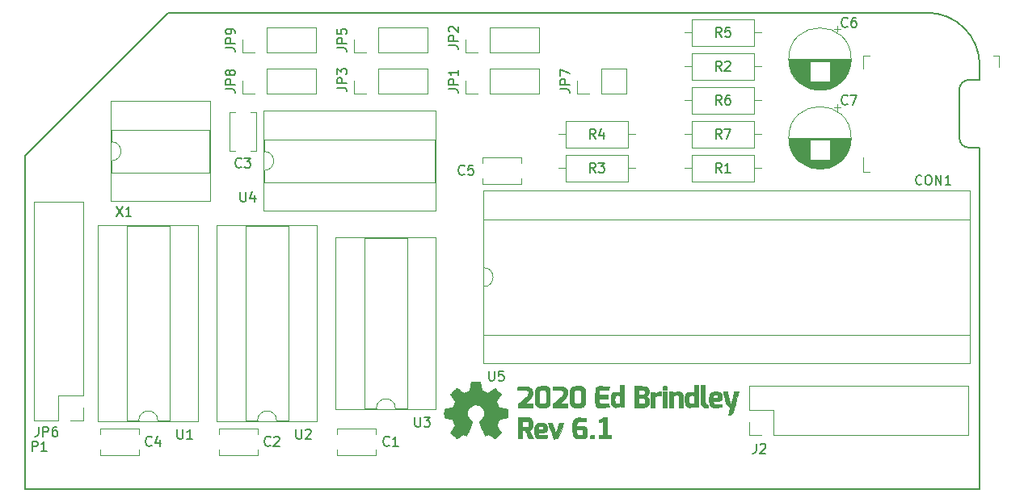
<source format=gbr>
G04 #@! TF.GenerationSoftware,KiCad,Pcbnew,(6.0.10)*
G04 #@! TF.CreationDate,2023-01-09T23:35:59+00:00*
G04 #@! TF.ProjectId,rc2014-ym2149,72633230-3134-42d7-996d-323134392e6b,6.2-pre*
G04 #@! TF.SameCoordinates,Original*
G04 #@! TF.FileFunction,Legend,Top*
G04 #@! TF.FilePolarity,Positive*
%FSLAX46Y46*%
G04 Gerber Fmt 4.6, Leading zero omitted, Abs format (unit mm)*
G04 Created by KiCad (PCBNEW (6.0.10)) date 2023-01-09 23:35:59*
%MOMM*%
%LPD*%
G01*
G04 APERTURE LIST*
G04 #@! TA.AperFunction,Profile*
%ADD10C,0.150000*%
G04 #@! TD*
%ADD11C,0.150000*%
%ADD12C,0.120000*%
%ADD13C,0.100000*%
%ADD14C,0.010000*%
G04 APERTURE END LIST*
D10*
X155000000Y-114500000D02*
X75500000Y-114500000D01*
X158369000Y-122555000D02*
X158369000Y-127635000D01*
X160500000Y-121539000D02*
X160500000Y-120000000D01*
X160500000Y-121539000D02*
X159385000Y-121539000D01*
X160500000Y-164500000D02*
X160500000Y-128651000D01*
X60500000Y-129500000D02*
X60500000Y-164500000D01*
X160500000Y-120000000D02*
G75*
G03*
X155000000Y-114500000I-5500000J0D01*
G01*
X158369000Y-127635000D02*
G75*
G03*
X159385000Y-128651000I1016000J0D01*
G01*
X60500000Y-129500000D02*
X75500000Y-114500000D01*
X159385000Y-121539000D02*
G75*
G03*
X158369000Y-122555000I0J-1016000D01*
G01*
X160500000Y-128651000D02*
X159385000Y-128651000D01*
X60500000Y-164500000D02*
X160500000Y-164500000D01*
D11*
X109093095Y-152106380D02*
X109093095Y-152915904D01*
X109140714Y-153011142D01*
X109188333Y-153058761D01*
X109283571Y-153106380D01*
X109474047Y-153106380D01*
X109569285Y-153058761D01*
X109616904Y-153011142D01*
X109664523Y-152915904D01*
X109664523Y-152106380D01*
X110616904Y-152106380D02*
X110140714Y-152106380D01*
X110093095Y-152582571D01*
X110140714Y-152534952D01*
X110235952Y-152487333D01*
X110474047Y-152487333D01*
X110569285Y-152534952D01*
X110616904Y-152582571D01*
X110664523Y-152677809D01*
X110664523Y-152915904D01*
X110616904Y-153011142D01*
X110569285Y-153058761D01*
X110474047Y-153106380D01*
X110235952Y-153106380D01*
X110140714Y-153058761D01*
X110093095Y-153011142D01*
X98639333Y-159869142D02*
X98591714Y-159916761D01*
X98448857Y-159964380D01*
X98353619Y-159964380D01*
X98210761Y-159916761D01*
X98115523Y-159821523D01*
X98067904Y-159726285D01*
X98020285Y-159535809D01*
X98020285Y-159392952D01*
X98067904Y-159202476D01*
X98115523Y-159107238D01*
X98210761Y-159012000D01*
X98353619Y-158964380D01*
X98448857Y-158964380D01*
X98591714Y-159012000D01*
X98639333Y-159059619D01*
X99591714Y-159964380D02*
X99020285Y-159964380D01*
X99306000Y-159964380D02*
X99306000Y-158964380D01*
X99210761Y-159107238D01*
X99115523Y-159202476D01*
X99020285Y-159250095D01*
X86193333Y-159869142D02*
X86145714Y-159916761D01*
X86002857Y-159964380D01*
X85907619Y-159964380D01*
X85764761Y-159916761D01*
X85669523Y-159821523D01*
X85621904Y-159726285D01*
X85574285Y-159535809D01*
X85574285Y-159392952D01*
X85621904Y-159202476D01*
X85669523Y-159107238D01*
X85764761Y-159012000D01*
X85907619Y-158964380D01*
X86002857Y-158964380D01*
X86145714Y-159012000D01*
X86193333Y-159059619D01*
X86574285Y-159059619D02*
X86621904Y-159012000D01*
X86717142Y-158964380D01*
X86955238Y-158964380D01*
X87050476Y-159012000D01*
X87098095Y-159059619D01*
X87145714Y-159154857D01*
X87145714Y-159250095D01*
X87098095Y-159392952D01*
X86526666Y-159964380D01*
X87145714Y-159964380D01*
X83145333Y-130659142D02*
X83097714Y-130706761D01*
X82954857Y-130754380D01*
X82859619Y-130754380D01*
X82716761Y-130706761D01*
X82621523Y-130611523D01*
X82573904Y-130516285D01*
X82526285Y-130325809D01*
X82526285Y-130182952D01*
X82573904Y-129992476D01*
X82621523Y-129897238D01*
X82716761Y-129802000D01*
X82859619Y-129754380D01*
X82954857Y-129754380D01*
X83097714Y-129802000D01*
X83145333Y-129849619D01*
X83478666Y-129754380D02*
X84097714Y-129754380D01*
X83764380Y-130135333D01*
X83907238Y-130135333D01*
X84002476Y-130182952D01*
X84050095Y-130230571D01*
X84097714Y-130325809D01*
X84097714Y-130563904D01*
X84050095Y-130659142D01*
X84002476Y-130706761D01*
X83907238Y-130754380D01*
X83621523Y-130754380D01*
X83526285Y-130706761D01*
X83478666Y-130659142D01*
X73747333Y-159869142D02*
X73699714Y-159916761D01*
X73556857Y-159964380D01*
X73461619Y-159964380D01*
X73318761Y-159916761D01*
X73223523Y-159821523D01*
X73175904Y-159726285D01*
X73128285Y-159535809D01*
X73128285Y-159392952D01*
X73175904Y-159202476D01*
X73223523Y-159107238D01*
X73318761Y-159012000D01*
X73461619Y-158964380D01*
X73556857Y-158964380D01*
X73699714Y-159012000D01*
X73747333Y-159059619D01*
X74604476Y-159297714D02*
X74604476Y-159964380D01*
X74366380Y-158916761D02*
X74128285Y-159631047D01*
X74747333Y-159631047D01*
X106513333Y-131421142D02*
X106465714Y-131468761D01*
X106322857Y-131516380D01*
X106227619Y-131516380D01*
X106084761Y-131468761D01*
X105989523Y-131373523D01*
X105941904Y-131278285D01*
X105894285Y-131087809D01*
X105894285Y-130944952D01*
X105941904Y-130754476D01*
X105989523Y-130659238D01*
X106084761Y-130564000D01*
X106227619Y-130516380D01*
X106322857Y-130516380D01*
X106465714Y-130564000D01*
X106513333Y-130611619D01*
X107418095Y-130516380D02*
X106941904Y-130516380D01*
X106894285Y-130992571D01*
X106941904Y-130944952D01*
X107037142Y-130897333D01*
X107275238Y-130897333D01*
X107370476Y-130944952D01*
X107418095Y-130992571D01*
X107465714Y-131087809D01*
X107465714Y-131325904D01*
X107418095Y-131421142D01*
X107370476Y-131468761D01*
X107275238Y-131516380D01*
X107037142Y-131516380D01*
X106941904Y-131468761D01*
X106894285Y-131421142D01*
X146645333Y-115927142D02*
X146597714Y-115974761D01*
X146454857Y-116022380D01*
X146359619Y-116022380D01*
X146216761Y-115974761D01*
X146121523Y-115879523D01*
X146073904Y-115784285D01*
X146026285Y-115593809D01*
X146026285Y-115450952D01*
X146073904Y-115260476D01*
X146121523Y-115165238D01*
X146216761Y-115070000D01*
X146359619Y-115022380D01*
X146454857Y-115022380D01*
X146597714Y-115070000D01*
X146645333Y-115117619D01*
X147502476Y-115022380D02*
X147312000Y-115022380D01*
X147216761Y-115070000D01*
X147169142Y-115117619D01*
X147073904Y-115260476D01*
X147026285Y-115450952D01*
X147026285Y-115831904D01*
X147073904Y-115927142D01*
X147121523Y-115974761D01*
X147216761Y-116022380D01*
X147407238Y-116022380D01*
X147502476Y-115974761D01*
X147550095Y-115927142D01*
X147597714Y-115831904D01*
X147597714Y-115593809D01*
X147550095Y-115498571D01*
X147502476Y-115450952D01*
X147407238Y-115403333D01*
X147216761Y-115403333D01*
X147121523Y-115450952D01*
X147073904Y-115498571D01*
X147026285Y-115593809D01*
X146645333Y-124055142D02*
X146597714Y-124102761D01*
X146454857Y-124150380D01*
X146359619Y-124150380D01*
X146216761Y-124102761D01*
X146121523Y-124007523D01*
X146073904Y-123912285D01*
X146026285Y-123721809D01*
X146026285Y-123578952D01*
X146073904Y-123388476D01*
X146121523Y-123293238D01*
X146216761Y-123198000D01*
X146359619Y-123150380D01*
X146454857Y-123150380D01*
X146597714Y-123198000D01*
X146645333Y-123245619D01*
X146978666Y-123150380D02*
X147645333Y-123150380D01*
X147216761Y-124150380D01*
X137080666Y-159726380D02*
X137080666Y-160440666D01*
X137033047Y-160583523D01*
X136937809Y-160678761D01*
X136794952Y-160726380D01*
X136699714Y-160726380D01*
X137509238Y-159821619D02*
X137556857Y-159774000D01*
X137652095Y-159726380D01*
X137890190Y-159726380D01*
X137985428Y-159774000D01*
X138033047Y-159821619D01*
X138080666Y-159916857D01*
X138080666Y-160012095D01*
X138033047Y-160154952D01*
X137461619Y-160726380D01*
X138080666Y-160726380D01*
X104862380Y-122499333D02*
X105576666Y-122499333D01*
X105719523Y-122546952D01*
X105814761Y-122642190D01*
X105862380Y-122785047D01*
X105862380Y-122880285D01*
X105862380Y-122023142D02*
X104862380Y-122023142D01*
X104862380Y-121642190D01*
X104910000Y-121546952D01*
X104957619Y-121499333D01*
X105052857Y-121451714D01*
X105195714Y-121451714D01*
X105290952Y-121499333D01*
X105338571Y-121546952D01*
X105386190Y-121642190D01*
X105386190Y-122023142D01*
X105862380Y-120499333D02*
X105862380Y-121070761D01*
X105862380Y-120785047D02*
X104862380Y-120785047D01*
X105005238Y-120880285D01*
X105100476Y-120975523D01*
X105148095Y-121070761D01*
X104862380Y-117927333D02*
X105576666Y-117927333D01*
X105719523Y-117974952D01*
X105814761Y-118070190D01*
X105862380Y-118213047D01*
X105862380Y-118308285D01*
X105862380Y-117451142D02*
X104862380Y-117451142D01*
X104862380Y-117070190D01*
X104910000Y-116974952D01*
X104957619Y-116927333D01*
X105052857Y-116879714D01*
X105195714Y-116879714D01*
X105290952Y-116927333D01*
X105338571Y-116974952D01*
X105386190Y-117070190D01*
X105386190Y-117451142D01*
X104957619Y-116498761D02*
X104910000Y-116451142D01*
X104862380Y-116355904D01*
X104862380Y-116117809D01*
X104910000Y-116022571D01*
X104957619Y-115974952D01*
X105052857Y-115927333D01*
X105148095Y-115927333D01*
X105290952Y-115974952D01*
X105862380Y-116546380D01*
X105862380Y-115927333D01*
X93178380Y-122372333D02*
X93892666Y-122372333D01*
X94035523Y-122419952D01*
X94130761Y-122515190D01*
X94178380Y-122658047D01*
X94178380Y-122753285D01*
X94178380Y-121896142D02*
X93178380Y-121896142D01*
X93178380Y-121515190D01*
X93226000Y-121419952D01*
X93273619Y-121372333D01*
X93368857Y-121324714D01*
X93511714Y-121324714D01*
X93606952Y-121372333D01*
X93654571Y-121419952D01*
X93702190Y-121515190D01*
X93702190Y-121896142D01*
X93178380Y-120991380D02*
X93178380Y-120372333D01*
X93559333Y-120705666D01*
X93559333Y-120562809D01*
X93606952Y-120467571D01*
X93654571Y-120419952D01*
X93749809Y-120372333D01*
X93987904Y-120372333D01*
X94083142Y-120419952D01*
X94130761Y-120467571D01*
X94178380Y-120562809D01*
X94178380Y-120848523D01*
X94130761Y-120943761D01*
X94083142Y-120991380D01*
X93178380Y-118181333D02*
X93892666Y-118181333D01*
X94035523Y-118228952D01*
X94130761Y-118324190D01*
X94178380Y-118467047D01*
X94178380Y-118562285D01*
X94178380Y-117705142D02*
X93178380Y-117705142D01*
X93178380Y-117324190D01*
X93226000Y-117228952D01*
X93273619Y-117181333D01*
X93368857Y-117133714D01*
X93511714Y-117133714D01*
X93606952Y-117181333D01*
X93654571Y-117228952D01*
X93702190Y-117324190D01*
X93702190Y-117705142D01*
X93178380Y-116228952D02*
X93178380Y-116705142D01*
X93654571Y-116752761D01*
X93606952Y-116705142D01*
X93559333Y-116609904D01*
X93559333Y-116371809D01*
X93606952Y-116276571D01*
X93654571Y-116228952D01*
X93749809Y-116181333D01*
X93987904Y-116181333D01*
X94083142Y-116228952D01*
X94130761Y-116276571D01*
X94178380Y-116371809D01*
X94178380Y-116609904D01*
X94130761Y-116705142D01*
X94083142Y-116752761D01*
X81494380Y-122499333D02*
X82208666Y-122499333D01*
X82351523Y-122546952D01*
X82446761Y-122642190D01*
X82494380Y-122785047D01*
X82494380Y-122880285D01*
X82494380Y-122023142D02*
X81494380Y-122023142D01*
X81494380Y-121642190D01*
X81542000Y-121546952D01*
X81589619Y-121499333D01*
X81684857Y-121451714D01*
X81827714Y-121451714D01*
X81922952Y-121499333D01*
X81970571Y-121546952D01*
X82018190Y-121642190D01*
X82018190Y-122023142D01*
X81922952Y-120880285D02*
X81875333Y-120975523D01*
X81827714Y-121023142D01*
X81732476Y-121070761D01*
X81684857Y-121070761D01*
X81589619Y-121023142D01*
X81542000Y-120975523D01*
X81494380Y-120880285D01*
X81494380Y-120689809D01*
X81542000Y-120594571D01*
X81589619Y-120546952D01*
X81684857Y-120499333D01*
X81732476Y-120499333D01*
X81827714Y-120546952D01*
X81875333Y-120594571D01*
X81922952Y-120689809D01*
X81922952Y-120880285D01*
X81970571Y-120975523D01*
X82018190Y-121023142D01*
X82113428Y-121070761D01*
X82303904Y-121070761D01*
X82399142Y-121023142D01*
X82446761Y-120975523D01*
X82494380Y-120880285D01*
X82494380Y-120689809D01*
X82446761Y-120594571D01*
X82399142Y-120546952D01*
X82303904Y-120499333D01*
X82113428Y-120499333D01*
X82018190Y-120546952D01*
X81970571Y-120594571D01*
X81922952Y-120689809D01*
X76454095Y-158202380D02*
X76454095Y-159011904D01*
X76501714Y-159107142D01*
X76549333Y-159154761D01*
X76644571Y-159202380D01*
X76835047Y-159202380D01*
X76930285Y-159154761D01*
X76977904Y-159107142D01*
X77025523Y-159011904D01*
X77025523Y-158202380D01*
X78025523Y-159202380D02*
X77454095Y-159202380D01*
X77739809Y-159202380D02*
X77739809Y-158202380D01*
X77644571Y-158345238D01*
X77549333Y-158440476D01*
X77454095Y-158488095D01*
X88900095Y-158202380D02*
X88900095Y-159011904D01*
X88947714Y-159107142D01*
X88995333Y-159154761D01*
X89090571Y-159202380D01*
X89281047Y-159202380D01*
X89376285Y-159154761D01*
X89423904Y-159107142D01*
X89471523Y-159011904D01*
X89471523Y-158202380D01*
X89900095Y-158297619D02*
X89947714Y-158250000D01*
X90042952Y-158202380D01*
X90281047Y-158202380D01*
X90376285Y-158250000D01*
X90423904Y-158297619D01*
X90471523Y-158392857D01*
X90471523Y-158488095D01*
X90423904Y-158630952D01*
X89852476Y-159202380D01*
X90471523Y-159202380D01*
X101346095Y-156932380D02*
X101346095Y-157741904D01*
X101393714Y-157837142D01*
X101441333Y-157884761D01*
X101536571Y-157932380D01*
X101727047Y-157932380D01*
X101822285Y-157884761D01*
X101869904Y-157837142D01*
X101917523Y-157741904D01*
X101917523Y-156932380D01*
X102298476Y-156932380D02*
X102917523Y-156932380D01*
X102584190Y-157313333D01*
X102727047Y-157313333D01*
X102822285Y-157360952D01*
X102869904Y-157408571D01*
X102917523Y-157503809D01*
X102917523Y-157741904D01*
X102869904Y-157837142D01*
X102822285Y-157884761D01*
X102727047Y-157932380D01*
X102441333Y-157932380D01*
X102346095Y-157884761D01*
X102298476Y-157837142D01*
X83058095Y-133310380D02*
X83058095Y-134119904D01*
X83105714Y-134215142D01*
X83153333Y-134262761D01*
X83248571Y-134310380D01*
X83439047Y-134310380D01*
X83534285Y-134262761D01*
X83581904Y-134215142D01*
X83629523Y-134119904D01*
X83629523Y-133310380D01*
X84534285Y-133643714D02*
X84534285Y-134310380D01*
X84296190Y-133262761D02*
X84058095Y-133977047D01*
X84677142Y-133977047D01*
X133437333Y-117038380D02*
X133104000Y-116562190D01*
X132865904Y-117038380D02*
X132865904Y-116038380D01*
X133246857Y-116038380D01*
X133342095Y-116086000D01*
X133389714Y-116133619D01*
X133437333Y-116228857D01*
X133437333Y-116371714D01*
X133389714Y-116466952D01*
X133342095Y-116514571D01*
X133246857Y-116562190D01*
X132865904Y-116562190D01*
X134342095Y-116038380D02*
X133865904Y-116038380D01*
X133818285Y-116514571D01*
X133865904Y-116466952D01*
X133961142Y-116419333D01*
X134199238Y-116419333D01*
X134294476Y-116466952D01*
X134342095Y-116514571D01*
X134389714Y-116609809D01*
X134389714Y-116847904D01*
X134342095Y-116943142D01*
X134294476Y-116990761D01*
X134199238Y-117038380D01*
X133961142Y-117038380D01*
X133865904Y-116990761D01*
X133818285Y-116943142D01*
X133437333Y-120594380D02*
X133104000Y-120118190D01*
X132865904Y-120594380D02*
X132865904Y-119594380D01*
X133246857Y-119594380D01*
X133342095Y-119642000D01*
X133389714Y-119689619D01*
X133437333Y-119784857D01*
X133437333Y-119927714D01*
X133389714Y-120022952D01*
X133342095Y-120070571D01*
X133246857Y-120118190D01*
X132865904Y-120118190D01*
X133818285Y-119689619D02*
X133865904Y-119642000D01*
X133961142Y-119594380D01*
X134199238Y-119594380D01*
X134294476Y-119642000D01*
X134342095Y-119689619D01*
X134389714Y-119784857D01*
X134389714Y-119880095D01*
X134342095Y-120022952D01*
X133770666Y-120594380D01*
X134389714Y-120594380D01*
X133437333Y-131262380D02*
X133104000Y-130786190D01*
X132865904Y-131262380D02*
X132865904Y-130262380D01*
X133246857Y-130262380D01*
X133342095Y-130310000D01*
X133389714Y-130357619D01*
X133437333Y-130452857D01*
X133437333Y-130595714D01*
X133389714Y-130690952D01*
X133342095Y-130738571D01*
X133246857Y-130786190D01*
X132865904Y-130786190D01*
X134389714Y-131262380D02*
X133818285Y-131262380D01*
X134104000Y-131262380D02*
X134104000Y-130262380D01*
X134008761Y-130405238D01*
X133913523Y-130500476D01*
X133818285Y-130548095D01*
X133437333Y-127706380D02*
X133104000Y-127230190D01*
X132865904Y-127706380D02*
X132865904Y-126706380D01*
X133246857Y-126706380D01*
X133342095Y-126754000D01*
X133389714Y-126801619D01*
X133437333Y-126896857D01*
X133437333Y-127039714D01*
X133389714Y-127134952D01*
X133342095Y-127182571D01*
X133246857Y-127230190D01*
X132865904Y-127230190D01*
X133770666Y-126706380D02*
X134437333Y-126706380D01*
X134008761Y-127706380D01*
X133437333Y-124150380D02*
X133104000Y-123674190D01*
X132865904Y-124150380D02*
X132865904Y-123150380D01*
X133246857Y-123150380D01*
X133342095Y-123198000D01*
X133389714Y-123245619D01*
X133437333Y-123340857D01*
X133437333Y-123483714D01*
X133389714Y-123578952D01*
X133342095Y-123626571D01*
X133246857Y-123674190D01*
X132865904Y-123674190D01*
X134294476Y-123150380D02*
X134104000Y-123150380D01*
X134008761Y-123198000D01*
X133961142Y-123245619D01*
X133865904Y-123388476D01*
X133818285Y-123578952D01*
X133818285Y-123959904D01*
X133865904Y-124055142D01*
X133913523Y-124102761D01*
X134008761Y-124150380D01*
X134199238Y-124150380D01*
X134294476Y-124102761D01*
X134342095Y-124055142D01*
X134389714Y-123959904D01*
X134389714Y-123721809D01*
X134342095Y-123626571D01*
X134294476Y-123578952D01*
X134199238Y-123531333D01*
X134008761Y-123531333D01*
X133913523Y-123578952D01*
X133865904Y-123626571D01*
X133818285Y-123721809D01*
X120229333Y-131262380D02*
X119896000Y-130786190D01*
X119657904Y-131262380D02*
X119657904Y-130262380D01*
X120038857Y-130262380D01*
X120134095Y-130310000D01*
X120181714Y-130357619D01*
X120229333Y-130452857D01*
X120229333Y-130595714D01*
X120181714Y-130690952D01*
X120134095Y-130738571D01*
X120038857Y-130786190D01*
X119657904Y-130786190D01*
X120562666Y-130262380D02*
X121181714Y-130262380D01*
X120848380Y-130643333D01*
X120991238Y-130643333D01*
X121086476Y-130690952D01*
X121134095Y-130738571D01*
X121181714Y-130833809D01*
X121181714Y-131071904D01*
X121134095Y-131167142D01*
X121086476Y-131214761D01*
X120991238Y-131262380D01*
X120705523Y-131262380D01*
X120610285Y-131214761D01*
X120562666Y-131167142D01*
X120229333Y-127706380D02*
X119896000Y-127230190D01*
X119657904Y-127706380D02*
X119657904Y-126706380D01*
X120038857Y-126706380D01*
X120134095Y-126754000D01*
X120181714Y-126801619D01*
X120229333Y-126896857D01*
X120229333Y-127039714D01*
X120181714Y-127134952D01*
X120134095Y-127182571D01*
X120038857Y-127230190D01*
X119657904Y-127230190D01*
X121086476Y-127039714D02*
X121086476Y-127706380D01*
X120848380Y-126658761D02*
X120610285Y-127373047D01*
X121229333Y-127373047D01*
X154415714Y-132452142D02*
X154368095Y-132499761D01*
X154225238Y-132547380D01*
X154130000Y-132547380D01*
X153987142Y-132499761D01*
X153891904Y-132404523D01*
X153844285Y-132309285D01*
X153796666Y-132118809D01*
X153796666Y-131975952D01*
X153844285Y-131785476D01*
X153891904Y-131690238D01*
X153987142Y-131595000D01*
X154130000Y-131547380D01*
X154225238Y-131547380D01*
X154368095Y-131595000D01*
X154415714Y-131642619D01*
X155034761Y-131547380D02*
X155225238Y-131547380D01*
X155320476Y-131595000D01*
X155415714Y-131690238D01*
X155463333Y-131880714D01*
X155463333Y-132214047D01*
X155415714Y-132404523D01*
X155320476Y-132499761D01*
X155225238Y-132547380D01*
X155034761Y-132547380D01*
X154939523Y-132499761D01*
X154844285Y-132404523D01*
X154796666Y-132214047D01*
X154796666Y-131880714D01*
X154844285Y-131690238D01*
X154939523Y-131595000D01*
X155034761Y-131547380D01*
X155891904Y-132547380D02*
X155891904Y-131547380D01*
X156463333Y-132547380D01*
X156463333Y-131547380D01*
X157463333Y-132547380D02*
X156891904Y-132547380D01*
X157177619Y-132547380D02*
X157177619Y-131547380D01*
X157082380Y-131690238D01*
X156987142Y-131785476D01*
X156891904Y-131833095D01*
X81494380Y-118181333D02*
X82208666Y-118181333D01*
X82351523Y-118228952D01*
X82446761Y-118324190D01*
X82494380Y-118467047D01*
X82494380Y-118562285D01*
X82494380Y-117705142D02*
X81494380Y-117705142D01*
X81494380Y-117324190D01*
X81542000Y-117228952D01*
X81589619Y-117181333D01*
X81684857Y-117133714D01*
X81827714Y-117133714D01*
X81922952Y-117181333D01*
X81970571Y-117228952D01*
X82018190Y-117324190D01*
X82018190Y-117705142D01*
X82494380Y-116657523D02*
X82494380Y-116467047D01*
X82446761Y-116371809D01*
X82399142Y-116324190D01*
X82256285Y-116228952D01*
X82065809Y-116181333D01*
X81684857Y-116181333D01*
X81589619Y-116228952D01*
X81542000Y-116276571D01*
X81494380Y-116371809D01*
X81494380Y-116562285D01*
X81542000Y-116657523D01*
X81589619Y-116705142D01*
X81684857Y-116752761D01*
X81922952Y-116752761D01*
X82018190Y-116705142D01*
X82065809Y-116657523D01*
X82113428Y-116562285D01*
X82113428Y-116371809D01*
X82065809Y-116276571D01*
X82018190Y-116228952D01*
X81922952Y-116181333D01*
X61904666Y-157948380D02*
X61904666Y-158662666D01*
X61857047Y-158805523D01*
X61761809Y-158900761D01*
X61618952Y-158948380D01*
X61523714Y-158948380D01*
X62380857Y-158948380D02*
X62380857Y-157948380D01*
X62761809Y-157948380D01*
X62857047Y-157996000D01*
X62904666Y-158043619D01*
X62952285Y-158138857D01*
X62952285Y-158281714D01*
X62904666Y-158376952D01*
X62857047Y-158424571D01*
X62761809Y-158472190D01*
X62380857Y-158472190D01*
X63809428Y-157948380D02*
X63618952Y-157948380D01*
X63523714Y-157996000D01*
X63476095Y-158043619D01*
X63380857Y-158186476D01*
X63333238Y-158376952D01*
X63333238Y-158757904D01*
X63380857Y-158853142D01*
X63428476Y-158900761D01*
X63523714Y-158948380D01*
X63714190Y-158948380D01*
X63809428Y-158900761D01*
X63857047Y-158853142D01*
X63904666Y-158757904D01*
X63904666Y-158519809D01*
X63857047Y-158424571D01*
X63809428Y-158376952D01*
X63714190Y-158329333D01*
X63523714Y-158329333D01*
X63428476Y-158376952D01*
X63380857Y-158424571D01*
X63333238Y-158519809D01*
X116546380Y-122499333D02*
X117260666Y-122499333D01*
X117403523Y-122546952D01*
X117498761Y-122642190D01*
X117546380Y-122785047D01*
X117546380Y-122880285D01*
X117546380Y-122023142D02*
X116546380Y-122023142D01*
X116546380Y-121642190D01*
X116594000Y-121546952D01*
X116641619Y-121499333D01*
X116736857Y-121451714D01*
X116879714Y-121451714D01*
X116974952Y-121499333D01*
X117022571Y-121546952D01*
X117070190Y-121642190D01*
X117070190Y-122023142D01*
X116546380Y-121118380D02*
X116546380Y-120451714D01*
X117546380Y-120880285D01*
X70056476Y-134834380D02*
X70723142Y-135834380D01*
X70723142Y-134834380D02*
X70056476Y-135834380D01*
X71627904Y-135834380D02*
X71056476Y-135834380D01*
X71342190Y-135834380D02*
X71342190Y-134834380D01*
X71246952Y-134977238D01*
X71151714Y-135072476D01*
X71056476Y-135120095D01*
X61237904Y-160472380D02*
X61237904Y-159472380D01*
X61618857Y-159472380D01*
X61714095Y-159520000D01*
X61761714Y-159567619D01*
X61809333Y-159662857D01*
X61809333Y-159805714D01*
X61761714Y-159900952D01*
X61714095Y-159948571D01*
X61618857Y-159996190D01*
X61237904Y-159996190D01*
X62761714Y-160472380D02*
X62190285Y-160472380D01*
X62476000Y-160472380D02*
X62476000Y-159472380D01*
X62380761Y-159615238D01*
X62285523Y-159710476D01*
X62190285Y-159758095D01*
D12*
X159445000Y-136180000D02*
X108525000Y-136180000D01*
X108525000Y-148300000D02*
X159445000Y-148300000D01*
X108465000Y-133180000D02*
X108465000Y-151300000D01*
X108525000Y-143240000D02*
X108525000Y-148300000D01*
X108465000Y-151300000D02*
X159505000Y-151300000D01*
X159445000Y-148300000D02*
X159445000Y-136180000D01*
X159505000Y-151300000D02*
X159505000Y-133180000D01*
X108525000Y-136180000D02*
X108525000Y-141240000D01*
X159505000Y-133180000D02*
X108465000Y-133180000D01*
X108525000Y-143240000D02*
G75*
G03*
X108525000Y-141240000I0J1000000D01*
G01*
X97250000Y-158092000D02*
X97250000Y-158717000D01*
X93210000Y-158092000D02*
X97250000Y-158092000D01*
X93210000Y-158092000D02*
X93210000Y-158717000D01*
X97250000Y-160307000D02*
X97250000Y-160932000D01*
X93210000Y-160932000D02*
X97250000Y-160932000D01*
X93210000Y-160307000D02*
X93210000Y-160932000D01*
X80804000Y-158092000D02*
X84844000Y-158092000D01*
X80804000Y-160932000D02*
X84844000Y-160932000D01*
X80804000Y-158092000D02*
X80804000Y-158717000D01*
X84844000Y-160307000D02*
X84844000Y-160932000D01*
X84844000Y-158092000D02*
X84844000Y-158717000D01*
X80804000Y-160307000D02*
X80804000Y-160932000D01*
X82517000Y-124960000D02*
X81892000Y-124960000D01*
X81892000Y-124960000D02*
X81892000Y-129000000D01*
X84732000Y-124960000D02*
X84732000Y-129000000D01*
X84732000Y-124960000D02*
X84107000Y-124960000D01*
X84732000Y-129000000D02*
X84107000Y-129000000D01*
X82517000Y-129000000D02*
X81892000Y-129000000D01*
X72398000Y-160932000D02*
X72398000Y-160307000D01*
X72398000Y-158717000D02*
X72398000Y-158092000D01*
X72398000Y-160932000D02*
X68358000Y-160932000D01*
X68358000Y-160932000D02*
X68358000Y-160307000D01*
X72398000Y-158092000D02*
X68358000Y-158092000D01*
X68358000Y-158717000D02*
X68358000Y-158092000D01*
X112490000Y-129644000D02*
X112490000Y-130269000D01*
X112490000Y-131859000D02*
X112490000Y-132484000D01*
X108450000Y-132484000D02*
X112490000Y-132484000D01*
X108450000Y-129644000D02*
X108450000Y-130269000D01*
X108450000Y-131859000D02*
X108450000Y-132484000D01*
X108450000Y-129644000D02*
X112490000Y-129644000D01*
X142724000Y-119880000D02*
X140575000Y-119880000D01*
X142724000Y-120801000D02*
X140868000Y-120801000D01*
X146946000Y-119920000D02*
X144804000Y-119920000D01*
X142724000Y-121081000D02*
X141022000Y-121081000D01*
X146991000Y-119520000D02*
X140537000Y-119520000D01*
X142724000Y-121121000D02*
X141048000Y-121121000D01*
X142724000Y-120521000D02*
X140746000Y-120521000D01*
X146850000Y-120321000D02*
X144804000Y-120321000D01*
X145988000Y-121721000D02*
X141540000Y-121721000D01*
X142724000Y-119640000D02*
X140546000Y-119640000D01*
X142724000Y-121041000D02*
X140998000Y-121041000D01*
X146620000Y-120881000D02*
X144804000Y-120881000D01*
X142724000Y-120841000D02*
X140888000Y-120841000D01*
X142724000Y-120721000D02*
X140830000Y-120721000D01*
X144823000Y-122441000D02*
X142705000Y-122441000D01*
X146939000Y-119960000D02*
X144804000Y-119960000D01*
X142724000Y-121441000D02*
X141280000Y-121441000D01*
X145114000Y-122321000D02*
X142414000Y-122321000D01*
X142724000Y-120000000D02*
X140597000Y-120000000D01*
X146214000Y-121481000D02*
X144804000Y-121481000D01*
X146874000Y-120241000D02*
X144804000Y-120241000D01*
X146905000Y-120121000D02*
X144804000Y-120121000D01*
X142724000Y-120761000D02*
X140848000Y-120761000D01*
X142724000Y-120040000D02*
X140605000Y-120040000D01*
X146734000Y-120641000D02*
X144804000Y-120641000D01*
X145603000Y-115859759D02*
X145603000Y-116489759D01*
X142724000Y-121281000D02*
X141157000Y-121281000D01*
X146953000Y-119880000D02*
X144804000Y-119880000D01*
X146895000Y-120161000D02*
X144804000Y-120161000D01*
X146797000Y-120481000D02*
X144804000Y-120481000D01*
X145478000Y-122121000D02*
X142050000Y-122121000D01*
X142724000Y-121361000D02*
X141216000Y-121361000D01*
X146979000Y-119680000D02*
X144804000Y-119680000D01*
X146107000Y-121601000D02*
X144804000Y-121601000D01*
X142724000Y-119600000D02*
X140542000Y-119600000D01*
X142724000Y-121561000D02*
X141384000Y-121561000D01*
X142724000Y-120121000D02*
X140623000Y-120121000D01*
X142724000Y-120481000D02*
X140731000Y-120481000D01*
X146480000Y-121121000D02*
X144804000Y-121121000D01*
X142724000Y-119960000D02*
X140589000Y-119960000D01*
X142724000Y-121601000D02*
X141421000Y-121601000D01*
X142724000Y-120241000D02*
X140654000Y-120241000D01*
X142724000Y-121401000D02*
X141248000Y-121401000D01*
X146400000Y-121241000D02*
X144804000Y-121241000D01*
X146248000Y-121441000D02*
X144804000Y-121441000D01*
X146959000Y-119840000D02*
X144804000Y-119840000D01*
X142724000Y-120561000D02*
X140762000Y-120561000D01*
X142724000Y-121641000D02*
X141459000Y-121641000D01*
X146371000Y-121281000D02*
X144804000Y-121281000D01*
X146312000Y-121361000D02*
X144804000Y-121361000D01*
X144929000Y-122401000D02*
X142599000Y-122401000D01*
X142724000Y-121521000D02*
X141348000Y-121521000D01*
X145196000Y-122281000D02*
X142332000Y-122281000D01*
X142724000Y-121321000D02*
X141186000Y-121321000D01*
X146069000Y-121641000D02*
X144804000Y-121641000D01*
X142724000Y-119920000D02*
X140582000Y-119920000D01*
X144166000Y-122601000D02*
X143362000Y-122601000D01*
X146680000Y-120761000D02*
X144804000Y-120761000D01*
X142724000Y-120161000D02*
X140633000Y-120161000D01*
X145345000Y-122201000D02*
X142183000Y-122201000D01*
X146992000Y-119480000D02*
X140536000Y-119480000D01*
X142724000Y-120401000D02*
X140703000Y-120401000D01*
X146660000Y-120801000D02*
X144804000Y-120801000D01*
X146994000Y-119360000D02*
X140534000Y-119360000D01*
X142724000Y-120201000D02*
X140643000Y-120201000D01*
X146811000Y-120441000D02*
X144804000Y-120441000D01*
X145946000Y-121761000D02*
X141582000Y-121761000D01*
X144566000Y-122521000D02*
X142962000Y-122521000D01*
X142724000Y-120921000D02*
X140930000Y-120921000D01*
X146965000Y-119800000D02*
X144804000Y-119800000D01*
X146825000Y-120401000D02*
X144804000Y-120401000D01*
X145654000Y-122001000D02*
X141874000Y-122001000D01*
X146970000Y-119760000D02*
X144804000Y-119760000D01*
X146640000Y-120841000D02*
X144804000Y-120841000D01*
X146994000Y-119440000D02*
X140534000Y-119440000D01*
X145901000Y-121801000D02*
X141627000Y-121801000D01*
X142724000Y-120961000D02*
X140952000Y-120961000D01*
X146931000Y-120000000D02*
X144804000Y-120000000D01*
X142724000Y-121241000D02*
X141128000Y-121241000D01*
X142724000Y-119800000D02*
X140563000Y-119800000D01*
X142724000Y-120601000D02*
X140778000Y-120601000D01*
X145808000Y-121881000D02*
X141720000Y-121881000D01*
X146530000Y-121041000D02*
X144804000Y-121041000D01*
X142724000Y-121001000D02*
X140974000Y-121001000D01*
X142724000Y-121481000D02*
X141314000Y-121481000D01*
X146716000Y-120681000D02*
X144804000Y-120681000D01*
X145026000Y-122361000D02*
X142502000Y-122361000D01*
X146988000Y-119560000D02*
X140540000Y-119560000D01*
X146598000Y-120921000D02*
X144804000Y-120921000D01*
X146994000Y-119400000D02*
X140534000Y-119400000D01*
X146750000Y-120601000D02*
X144804000Y-120601000D01*
X142724000Y-119840000D02*
X140569000Y-119840000D01*
X146782000Y-120521000D02*
X144804000Y-120521000D01*
X145414000Y-122161000D02*
X142114000Y-122161000D01*
X146180000Y-121521000D02*
X144804000Y-121521000D01*
X142724000Y-120641000D02*
X140794000Y-120641000D01*
X146506000Y-121081000D02*
X144804000Y-121081000D01*
X142724000Y-119720000D02*
X140553000Y-119720000D01*
X142724000Y-121201000D02*
X141100000Y-121201000D01*
X146986000Y-119600000D02*
X144804000Y-119600000D01*
X142724000Y-120881000D02*
X140908000Y-120881000D01*
X142724000Y-119760000D02*
X140558000Y-119760000D01*
X146982000Y-119640000D02*
X144804000Y-119640000D01*
X146428000Y-121201000D02*
X144804000Y-121201000D01*
X146029000Y-121681000D02*
X141499000Y-121681000D01*
X142724000Y-119680000D02*
X140549000Y-119680000D01*
X146923000Y-120040000D02*
X144804000Y-120040000D01*
X142724000Y-120081000D02*
X140614000Y-120081000D01*
X145856000Y-121841000D02*
X141672000Y-121841000D01*
X142724000Y-120681000D02*
X140812000Y-120681000D01*
X146698000Y-120721000D02*
X144804000Y-120721000D01*
X145759000Y-121921000D02*
X141769000Y-121921000D01*
X146838000Y-120361000D02*
X144804000Y-120361000D01*
X146342000Y-121321000D02*
X144804000Y-121321000D01*
X142724000Y-120361000D02*
X140690000Y-120361000D01*
X145598000Y-122041000D02*
X141930000Y-122041000D01*
X142724000Y-120321000D02*
X140678000Y-120321000D01*
X145273000Y-122241000D02*
X142255000Y-122241000D01*
X146280000Y-121401000D02*
X144804000Y-121401000D01*
X145918000Y-116174759D02*
X145288000Y-116174759D01*
X146975000Y-119720000D02*
X144804000Y-119720000D01*
X144397000Y-122561000D02*
X143131000Y-122561000D01*
X146144000Y-121561000D02*
X144804000Y-121561000D01*
X146766000Y-120561000D02*
X144804000Y-120561000D01*
X142724000Y-120441000D02*
X140717000Y-120441000D01*
X144704000Y-122481000D02*
X142824000Y-122481000D01*
X146454000Y-121161000D02*
X144804000Y-121161000D01*
X145540000Y-122081000D02*
X141988000Y-122081000D01*
X146885000Y-120201000D02*
X144804000Y-120201000D01*
X146576000Y-120961000D02*
X144804000Y-120961000D01*
X142724000Y-121161000D02*
X141074000Y-121161000D01*
X146914000Y-120081000D02*
X144804000Y-120081000D01*
X145708000Y-121961000D02*
X141820000Y-121961000D01*
X146862000Y-120281000D02*
X144804000Y-120281000D01*
X146554000Y-121001000D02*
X144804000Y-121001000D01*
X142724000Y-120281000D02*
X140666000Y-120281000D01*
X147034000Y-119360000D02*
G75*
G03*
X147034000Y-119360000I-3270000J0D01*
G01*
X145946000Y-130016000D02*
X141582000Y-130016000D01*
X142724000Y-129176000D02*
X140930000Y-129176000D01*
X142724000Y-129696000D02*
X141280000Y-129696000D01*
X145345000Y-130456000D02*
X142183000Y-130456000D01*
X142724000Y-128215000D02*
X140589000Y-128215000D01*
X145114000Y-130576000D02*
X142414000Y-130576000D01*
X146180000Y-129776000D02*
X144804000Y-129776000D01*
X146680000Y-129016000D02*
X144804000Y-129016000D01*
X144929000Y-130656000D02*
X142599000Y-130656000D01*
X142724000Y-128456000D02*
X140643000Y-128456000D01*
X145414000Y-130416000D02*
X142114000Y-130416000D01*
X146982000Y-127895000D02*
X144804000Y-127895000D01*
X142724000Y-128936000D02*
X140812000Y-128936000D01*
X146862000Y-128536000D02*
X144804000Y-128536000D01*
X146734000Y-128896000D02*
X144804000Y-128896000D01*
X146640000Y-129096000D02*
X144804000Y-129096000D01*
X145759000Y-130176000D02*
X141769000Y-130176000D01*
X146716000Y-128936000D02*
X144804000Y-128936000D01*
X145918000Y-124429759D02*
X145288000Y-124429759D01*
X146766000Y-128816000D02*
X144804000Y-128816000D01*
X142724000Y-128376000D02*
X140623000Y-128376000D01*
X145808000Y-130136000D02*
X141720000Y-130136000D01*
X145654000Y-130256000D02*
X141874000Y-130256000D01*
X146576000Y-129216000D02*
X144804000Y-129216000D01*
X146986000Y-127855000D02*
X144804000Y-127855000D01*
X142724000Y-129336000D02*
X141022000Y-129336000D01*
X146994000Y-127655000D02*
X140534000Y-127655000D01*
X146144000Y-129816000D02*
X144804000Y-129816000D01*
X142724000Y-128696000D02*
X140717000Y-128696000D01*
X146248000Y-129696000D02*
X144804000Y-129696000D01*
X142724000Y-129016000D02*
X140848000Y-129016000D01*
X142724000Y-127935000D02*
X140549000Y-127935000D01*
X146992000Y-127735000D02*
X140536000Y-127735000D01*
X145273000Y-130496000D02*
X142255000Y-130496000D01*
X142724000Y-128416000D02*
X140633000Y-128416000D01*
X142724000Y-128175000D02*
X140582000Y-128175000D01*
X142724000Y-128776000D02*
X140746000Y-128776000D01*
X146698000Y-128976000D02*
X144804000Y-128976000D01*
X142724000Y-127975000D02*
X140553000Y-127975000D01*
X146946000Y-128175000D02*
X144804000Y-128175000D01*
X146554000Y-129256000D02*
X144804000Y-129256000D01*
X146620000Y-129136000D02*
X144804000Y-129136000D01*
X146782000Y-128776000D02*
X144804000Y-128776000D01*
X146939000Y-128215000D02*
X144804000Y-128215000D01*
X146371000Y-129536000D02*
X144804000Y-129536000D01*
X142724000Y-129416000D02*
X141074000Y-129416000D01*
X144823000Y-130696000D02*
X142705000Y-130696000D01*
X146598000Y-129176000D02*
X144804000Y-129176000D01*
X146979000Y-127935000D02*
X144804000Y-127935000D01*
X142724000Y-129896000D02*
X141459000Y-129896000D01*
X145708000Y-130216000D02*
X141820000Y-130216000D01*
X146931000Y-128255000D02*
X144804000Y-128255000D01*
X146994000Y-127695000D02*
X140534000Y-127695000D01*
X142724000Y-129776000D02*
X141348000Y-129776000D01*
X146069000Y-129896000D02*
X144804000Y-129896000D01*
X146214000Y-129736000D02*
X144804000Y-129736000D01*
X146885000Y-128456000D02*
X144804000Y-128456000D01*
X146953000Y-128135000D02*
X144804000Y-128135000D01*
X146838000Y-128616000D02*
X144804000Y-128616000D01*
X146905000Y-128376000D02*
X144804000Y-128376000D01*
X146825000Y-128656000D02*
X144804000Y-128656000D01*
X146975000Y-127975000D02*
X144804000Y-127975000D01*
X144397000Y-130816000D02*
X143131000Y-130816000D01*
X142724000Y-129856000D02*
X141421000Y-129856000D01*
X146660000Y-129056000D02*
X144804000Y-129056000D01*
X146811000Y-128696000D02*
X144804000Y-128696000D01*
X142724000Y-128015000D02*
X140558000Y-128015000D01*
X144704000Y-130736000D02*
X142824000Y-130736000D01*
X146428000Y-129456000D02*
X144804000Y-129456000D01*
X146454000Y-129416000D02*
X144804000Y-129416000D01*
X146280000Y-129656000D02*
X144804000Y-129656000D01*
X142724000Y-128135000D02*
X140575000Y-128135000D01*
X142724000Y-128896000D02*
X140794000Y-128896000D01*
X142724000Y-129296000D02*
X140998000Y-129296000D01*
X146991000Y-127775000D02*
X140537000Y-127775000D01*
X142724000Y-129536000D02*
X141157000Y-129536000D01*
X146506000Y-129336000D02*
X144804000Y-129336000D01*
X142724000Y-128616000D02*
X140690000Y-128616000D01*
X142724000Y-127855000D02*
X140542000Y-127855000D01*
X142724000Y-129096000D02*
X140888000Y-129096000D01*
X142724000Y-129376000D02*
X141048000Y-129376000D01*
X142724000Y-129496000D02*
X141128000Y-129496000D01*
X146965000Y-128055000D02*
X144804000Y-128055000D01*
X142724000Y-128336000D02*
X140614000Y-128336000D01*
X146895000Y-128416000D02*
X144804000Y-128416000D01*
X145026000Y-130616000D02*
X142502000Y-130616000D01*
X142724000Y-128816000D02*
X140762000Y-128816000D01*
X142724000Y-128095000D02*
X140569000Y-128095000D01*
X145478000Y-130376000D02*
X142050000Y-130376000D01*
X145540000Y-130336000D02*
X141988000Y-130336000D01*
X145856000Y-130096000D02*
X141672000Y-130096000D01*
X142724000Y-128736000D02*
X140731000Y-128736000D01*
X146874000Y-128496000D02*
X144804000Y-128496000D01*
X142724000Y-129816000D02*
X141384000Y-129816000D01*
X142724000Y-128496000D02*
X140654000Y-128496000D01*
X146107000Y-129856000D02*
X144804000Y-129856000D01*
X142724000Y-128656000D02*
X140703000Y-128656000D01*
X142724000Y-129456000D02*
X141100000Y-129456000D01*
X142724000Y-129576000D02*
X141186000Y-129576000D01*
X142724000Y-129616000D02*
X141216000Y-129616000D01*
X146530000Y-129296000D02*
X144804000Y-129296000D01*
X142724000Y-129736000D02*
X141314000Y-129736000D01*
X146480000Y-129376000D02*
X144804000Y-129376000D01*
X142724000Y-128856000D02*
X140778000Y-128856000D01*
X146400000Y-129496000D02*
X144804000Y-129496000D01*
X145901000Y-130056000D02*
X141627000Y-130056000D01*
X142724000Y-129136000D02*
X140908000Y-129136000D01*
X142724000Y-128536000D02*
X140666000Y-128536000D01*
X142724000Y-129256000D02*
X140974000Y-129256000D01*
X142724000Y-128976000D02*
X140830000Y-128976000D01*
X142724000Y-128295000D02*
X140605000Y-128295000D01*
X142724000Y-128055000D02*
X140563000Y-128055000D01*
X142724000Y-129656000D02*
X141248000Y-129656000D01*
X146750000Y-128856000D02*
X144804000Y-128856000D01*
X142724000Y-127895000D02*
X140546000Y-127895000D01*
X146312000Y-129616000D02*
X144804000Y-129616000D01*
X145598000Y-130296000D02*
X141930000Y-130296000D01*
X146988000Y-127815000D02*
X140540000Y-127815000D01*
X146914000Y-128336000D02*
X144804000Y-128336000D01*
X146959000Y-128095000D02*
X144804000Y-128095000D01*
X146923000Y-128295000D02*
X144804000Y-128295000D01*
X146342000Y-129576000D02*
X144804000Y-129576000D01*
X146970000Y-128015000D02*
X144804000Y-128015000D01*
X146994000Y-127615000D02*
X140534000Y-127615000D01*
X142724000Y-128255000D02*
X140597000Y-128255000D01*
X145603000Y-124114759D02*
X145603000Y-124744759D01*
X144566000Y-130776000D02*
X142962000Y-130776000D01*
X144166000Y-130856000D02*
X143362000Y-130856000D01*
X145988000Y-129976000D02*
X141540000Y-129976000D01*
X142724000Y-129216000D02*
X140952000Y-129216000D01*
X146850000Y-128576000D02*
X144804000Y-128576000D01*
X145196000Y-130536000D02*
X142332000Y-130536000D01*
X142724000Y-129056000D02*
X140868000Y-129056000D01*
X142724000Y-128576000D02*
X140678000Y-128576000D01*
X146029000Y-129936000D02*
X141499000Y-129936000D01*
X146797000Y-128736000D02*
X144804000Y-128736000D01*
X147034000Y-127615000D02*
G75*
G03*
X147034000Y-127615000I-3270000J0D01*
G01*
X136338000Y-158810000D02*
X136338000Y-157480000D01*
X136338000Y-156210000D02*
X136338000Y-153610000D01*
X136338000Y-153610000D02*
X159318000Y-153610000D01*
X138938000Y-158810000D02*
X138938000Y-156210000D01*
X138938000Y-158810000D02*
X159318000Y-158810000D01*
X137668000Y-158810000D02*
X136338000Y-158810000D01*
X159318000Y-158810000D02*
X159318000Y-153610000D01*
X138938000Y-156210000D02*
X136338000Y-156210000D01*
X109220000Y-120336000D02*
X114360000Y-120336000D01*
X106620000Y-122996000D02*
X106620000Y-121666000D01*
X109220000Y-122996000D02*
X109220000Y-120336000D01*
X109220000Y-122996000D02*
X114360000Y-122996000D01*
X114360000Y-122996000D02*
X114360000Y-120336000D01*
X107950000Y-122996000D02*
X106620000Y-122996000D01*
X109220000Y-118678000D02*
X114360000Y-118678000D01*
X114360000Y-118678000D02*
X114360000Y-116018000D01*
X106620000Y-118678000D02*
X106620000Y-117348000D01*
X109220000Y-118678000D02*
X109220000Y-116018000D01*
X109220000Y-116018000D02*
X114360000Y-116018000D01*
X107950000Y-118678000D02*
X106620000Y-118678000D01*
X97536000Y-122996000D02*
X102676000Y-122996000D01*
X97536000Y-120336000D02*
X102676000Y-120336000D01*
X97536000Y-122996000D02*
X97536000Y-120336000D01*
X102676000Y-122996000D02*
X102676000Y-120336000D01*
X96266000Y-122996000D02*
X94936000Y-122996000D01*
X94936000Y-122996000D02*
X94936000Y-121666000D01*
X97536000Y-118678000D02*
X102676000Y-118678000D01*
X102676000Y-118678000D02*
X102676000Y-116018000D01*
X97536000Y-118678000D02*
X97536000Y-116018000D01*
X96266000Y-118678000D02*
X94936000Y-118678000D01*
X94936000Y-118678000D02*
X94936000Y-117348000D01*
X97536000Y-116018000D02*
X102676000Y-116018000D01*
X90992000Y-122996000D02*
X90992000Y-120336000D01*
X85852000Y-122996000D02*
X90992000Y-122996000D01*
X83252000Y-122996000D02*
X83252000Y-121666000D01*
X85852000Y-120336000D02*
X90992000Y-120336000D01*
X85852000Y-122996000D02*
X85852000Y-120336000D01*
X84582000Y-122996000D02*
X83252000Y-122996000D01*
X75656000Y-157286000D02*
X75656000Y-136846000D01*
X68156000Y-157346000D02*
X78656000Y-157346000D01*
X71156000Y-157286000D02*
X72406000Y-157286000D01*
X78656000Y-136786000D02*
X68156000Y-136786000D01*
X75656000Y-136846000D02*
X71156000Y-136846000D01*
X78656000Y-157346000D02*
X78656000Y-136786000D01*
X68156000Y-136786000D02*
X68156000Y-157346000D01*
X74406000Y-157286000D02*
X75656000Y-157286000D01*
X71156000Y-136846000D02*
X71156000Y-157286000D01*
X74406000Y-157286000D02*
G75*
G03*
X72406000Y-157286000I-1000000J0D01*
G01*
X91102000Y-136786000D02*
X80602000Y-136786000D01*
X91102000Y-157346000D02*
X91102000Y-136786000D01*
X86852000Y-157286000D02*
X88102000Y-157286000D01*
X80602000Y-157346000D02*
X91102000Y-157346000D01*
X80602000Y-136786000D02*
X80602000Y-157346000D01*
X83602000Y-157286000D02*
X84852000Y-157286000D01*
X88102000Y-157286000D02*
X88102000Y-136846000D01*
X83602000Y-136846000D02*
X83602000Y-157286000D01*
X88102000Y-136846000D02*
X83602000Y-136846000D01*
X86852000Y-157286000D02*
G75*
G03*
X84852000Y-157286000I-1000000J0D01*
G01*
X96048000Y-156016000D02*
X97298000Y-156016000D01*
X100548000Y-156016000D02*
X100548000Y-138116000D01*
X96048000Y-138116000D02*
X96048000Y-156016000D01*
X103548000Y-156076000D02*
X103548000Y-138056000D01*
X103548000Y-138056000D02*
X93048000Y-138056000D01*
X93048000Y-138056000D02*
X93048000Y-156076000D01*
X99298000Y-156016000D02*
X100548000Y-156016000D01*
X93048000Y-156076000D02*
X103548000Y-156076000D01*
X100548000Y-138116000D02*
X96048000Y-138116000D01*
X99298000Y-156016000D02*
G75*
G03*
X97298000Y-156016000I-1000000J0D01*
G01*
X85538000Y-131048000D02*
X85538000Y-132298000D01*
X103438000Y-127798000D02*
X85538000Y-127798000D01*
X103498000Y-135298000D02*
X103498000Y-124798000D01*
X103438000Y-132298000D02*
X103438000Y-127798000D01*
X85538000Y-127798000D02*
X85538000Y-129048000D01*
X85478000Y-135298000D02*
X103498000Y-135298000D01*
X103498000Y-124798000D02*
X85478000Y-124798000D01*
X85478000Y-124798000D02*
X85478000Y-135298000D01*
X85538000Y-132298000D02*
X103438000Y-132298000D01*
X85538000Y-131048000D02*
G75*
G03*
X85538000Y-129048000I0J1000000D01*
G01*
X137644000Y-116586000D02*
X136874000Y-116586000D01*
X136874000Y-117956000D02*
X136874000Y-115216000D01*
X130334000Y-115216000D02*
X130334000Y-117956000D01*
X129564000Y-116586000D02*
X130334000Y-116586000D01*
X136874000Y-115216000D02*
X130334000Y-115216000D01*
X130334000Y-117956000D02*
X136874000Y-117956000D01*
X130334000Y-118772000D02*
X130334000Y-121512000D01*
X137644000Y-120142000D02*
X136874000Y-120142000D01*
X130334000Y-121512000D02*
X136874000Y-121512000D01*
X136874000Y-121512000D02*
X136874000Y-118772000D01*
X136874000Y-118772000D02*
X130334000Y-118772000D01*
X129564000Y-120142000D02*
X130334000Y-120142000D01*
X137644000Y-130810000D02*
X136874000Y-130810000D01*
X136874000Y-132180000D02*
X136874000Y-129440000D01*
X129564000Y-130810000D02*
X130334000Y-130810000D01*
X130334000Y-132180000D02*
X136874000Y-132180000D01*
X130334000Y-129440000D02*
X130334000Y-132180000D01*
X136874000Y-129440000D02*
X130334000Y-129440000D01*
X136874000Y-128624000D02*
X136874000Y-125884000D01*
X130334000Y-128624000D02*
X136874000Y-128624000D01*
X137644000Y-127254000D02*
X136874000Y-127254000D01*
X136874000Y-125884000D02*
X130334000Y-125884000D01*
X130334000Y-125884000D02*
X130334000Y-128624000D01*
X129564000Y-127254000D02*
X130334000Y-127254000D01*
X130334000Y-122328000D02*
X130334000Y-125068000D01*
X130334000Y-125068000D02*
X136874000Y-125068000D01*
X136874000Y-125068000D02*
X136874000Y-122328000D01*
X129564000Y-123698000D02*
X130334000Y-123698000D01*
X137644000Y-123698000D02*
X136874000Y-123698000D01*
X136874000Y-122328000D02*
X130334000Y-122328000D01*
X117126000Y-132180000D02*
X123666000Y-132180000D01*
X124436000Y-130810000D02*
X123666000Y-130810000D01*
X123666000Y-129440000D02*
X117126000Y-129440000D01*
X116356000Y-130810000D02*
X117126000Y-130810000D01*
X123666000Y-132180000D02*
X123666000Y-129440000D01*
X117126000Y-129440000D02*
X117126000Y-132180000D01*
X117126000Y-128624000D02*
X123666000Y-128624000D01*
X117126000Y-125884000D02*
X117126000Y-128624000D01*
X116356000Y-127254000D02*
X117126000Y-127254000D01*
X124436000Y-127254000D02*
X123666000Y-127254000D01*
X123666000Y-128624000D02*
X123666000Y-125884000D01*
X123666000Y-125884000D02*
X117126000Y-125884000D01*
D13*
X161930000Y-118995000D02*
X162530000Y-118995000D01*
X148330000Y-118995000D02*
X148330000Y-120395000D01*
X162530000Y-118995000D02*
X162530000Y-120195000D01*
X148930000Y-118995000D02*
X148330000Y-118995000D01*
X148330000Y-131195000D02*
X148330000Y-129695000D01*
X148930000Y-131195000D02*
X148330000Y-131195000D01*
D12*
X84582000Y-118678000D02*
X83252000Y-118678000D01*
X90992000Y-118678000D02*
X90992000Y-116018000D01*
X85852000Y-118678000D02*
X85852000Y-116018000D01*
X85852000Y-118678000D02*
X90992000Y-118678000D01*
X85852000Y-116018000D02*
X90992000Y-116018000D01*
X83252000Y-118678000D02*
X83252000Y-117348000D01*
X66608000Y-154686000D02*
X64008000Y-154686000D01*
X66608000Y-134306000D02*
X61408000Y-134306000D01*
X66608000Y-154686000D02*
X66608000Y-134306000D01*
X66608000Y-155956000D02*
X66608000Y-157286000D01*
X66608000Y-157286000D02*
X65278000Y-157286000D01*
X64008000Y-157286000D02*
X61408000Y-157286000D01*
X61408000Y-157286000D02*
X61408000Y-134306000D01*
X64008000Y-154686000D02*
X64008000Y-157286000D01*
X123504000Y-122996000D02*
X123504000Y-120336000D01*
X119634000Y-122996000D02*
X118304000Y-122996000D01*
X120904000Y-122996000D02*
X123504000Y-122996000D01*
X120904000Y-120336000D02*
X123504000Y-120336000D01*
X120904000Y-122996000D02*
X120904000Y-120336000D01*
X118304000Y-122996000D02*
X118304000Y-121666000D01*
X79876000Y-123782000D02*
X69476000Y-123782000D01*
X79816000Y-131282000D02*
X79816000Y-126782000D01*
X79876000Y-134282000D02*
X79876000Y-123782000D01*
X69536000Y-130032000D02*
X69536000Y-131282000D01*
X69476000Y-123782000D02*
X69476000Y-134282000D01*
X69476000Y-134282000D02*
X79876000Y-134282000D01*
X79816000Y-126782000D02*
X69536000Y-126782000D01*
X69536000Y-126782000D02*
X69536000Y-128032000D01*
X69536000Y-131282000D02*
X79816000Y-131282000D01*
X69536000Y-130032000D02*
G75*
G03*
X69536000Y-128032000I0J1000000D01*
G01*
G36*
X108251814Y-153678931D02*
G01*
X108335635Y-154123555D01*
X108644920Y-154251053D01*
X108954206Y-154378551D01*
X109325246Y-154126246D01*
X109429157Y-154055996D01*
X109523087Y-153993272D01*
X109602652Y-153940938D01*
X109663470Y-153901857D01*
X109701157Y-153878893D01*
X109711421Y-153873942D01*
X109729910Y-153886676D01*
X109769420Y-153921882D01*
X109825522Y-153975062D01*
X109893787Y-154041718D01*
X109969786Y-154117354D01*
X110049092Y-154197472D01*
X110127275Y-154277574D01*
X110199907Y-154353164D01*
X110262559Y-154419745D01*
X110310803Y-154472818D01*
X110340210Y-154507887D01*
X110347241Y-154519623D01*
X110337123Y-154541260D01*
X110308759Y-154588662D01*
X110265129Y-154657193D01*
X110209218Y-154742215D01*
X110144006Y-154839093D01*
X110106219Y-154894350D01*
X110037343Y-154995248D01*
X109976140Y-155086299D01*
X109925578Y-155162970D01*
X109888628Y-155220728D01*
X109868258Y-155255043D01*
X109865197Y-155262254D01*
X109872136Y-155282748D01*
X109891051Y-155330513D01*
X109919087Y-155398832D01*
X109953391Y-155480989D01*
X109991109Y-155570270D01*
X110029387Y-155659958D01*
X110065370Y-155743338D01*
X110096206Y-155813694D01*
X110119039Y-155864310D01*
X110131017Y-155888471D01*
X110131724Y-155889422D01*
X110150531Y-155894036D01*
X110200618Y-155904328D01*
X110276793Y-155919287D01*
X110373865Y-155937901D01*
X110486643Y-155959159D01*
X110552442Y-155971418D01*
X110672950Y-155994362D01*
X110781797Y-156016195D01*
X110873476Y-156035722D01*
X110942481Y-156051748D01*
X110983304Y-156063079D01*
X110991511Y-156066674D01*
X110999548Y-156091006D01*
X111006033Y-156145959D01*
X111010970Y-156225108D01*
X111014364Y-156322026D01*
X111016218Y-156430287D01*
X111016538Y-156543465D01*
X111015327Y-156655135D01*
X111012590Y-156758868D01*
X111008331Y-156848241D01*
X111002555Y-156916826D01*
X110995267Y-156958197D01*
X110990895Y-156966810D01*
X110964764Y-156977133D01*
X110909393Y-156991892D01*
X110832107Y-157009352D01*
X110740230Y-157027780D01*
X110708158Y-157033741D01*
X110553524Y-157062066D01*
X110431375Y-157084876D01*
X110337673Y-157103080D01*
X110268384Y-157117583D01*
X110219471Y-157129292D01*
X110186897Y-157139115D01*
X110166628Y-157147956D01*
X110154626Y-157156724D01*
X110152947Y-157158457D01*
X110136184Y-157186371D01*
X110110614Y-157240695D01*
X110078788Y-157314777D01*
X110043260Y-157401965D01*
X110006583Y-157495608D01*
X109971311Y-157589052D01*
X109939996Y-157675647D01*
X109915193Y-157748740D01*
X109899454Y-157801678D01*
X109895332Y-157827811D01*
X109895676Y-157828726D01*
X109909641Y-157850086D01*
X109941322Y-157897084D01*
X109987391Y-157964827D01*
X110044518Y-158048423D01*
X110109373Y-158142982D01*
X110127843Y-158169854D01*
X110193699Y-158267275D01*
X110251650Y-158356163D01*
X110298538Y-158431412D01*
X110331207Y-158487920D01*
X110346500Y-158520581D01*
X110347241Y-158524593D01*
X110334392Y-158545684D01*
X110298888Y-158587464D01*
X110245293Y-158645445D01*
X110178171Y-158715135D01*
X110102087Y-158792045D01*
X110021604Y-158871683D01*
X109941287Y-158949561D01*
X109865699Y-159021186D01*
X109799405Y-159082070D01*
X109746969Y-159127721D01*
X109712955Y-159153650D01*
X109703545Y-159157883D01*
X109681643Y-159147912D01*
X109636800Y-159121020D01*
X109576321Y-159081736D01*
X109529789Y-159050117D01*
X109445475Y-158992098D01*
X109345626Y-158923784D01*
X109245473Y-158855579D01*
X109191627Y-158819075D01*
X109009371Y-158695800D01*
X108856381Y-158778520D01*
X108786682Y-158814759D01*
X108727414Y-158842926D01*
X108687311Y-158858991D01*
X108677103Y-158861226D01*
X108664829Y-158844722D01*
X108640613Y-158798082D01*
X108606263Y-158725609D01*
X108563588Y-158631606D01*
X108514394Y-158520374D01*
X108460490Y-158396215D01*
X108403684Y-158263432D01*
X108345782Y-158126327D01*
X108288593Y-157989202D01*
X108233924Y-157856358D01*
X108183584Y-157732098D01*
X108139380Y-157620725D01*
X108103119Y-157526539D01*
X108076609Y-157453844D01*
X108061658Y-157406941D01*
X108059254Y-157390833D01*
X108078311Y-157370286D01*
X108120036Y-157336933D01*
X108175706Y-157297702D01*
X108180378Y-157294599D01*
X108324264Y-157179423D01*
X108440283Y-157045053D01*
X108527430Y-156895784D01*
X108584699Y-156735913D01*
X108611086Y-156569737D01*
X108605585Y-156401552D01*
X108567190Y-156235655D01*
X108494895Y-156076342D01*
X108473626Y-156041487D01*
X108362996Y-155900737D01*
X108232302Y-155787714D01*
X108086064Y-155703003D01*
X107928808Y-155647194D01*
X107765057Y-155620874D01*
X107599333Y-155624630D01*
X107436162Y-155659050D01*
X107280065Y-155724723D01*
X107135567Y-155822235D01*
X107090869Y-155861813D01*
X106977112Y-155985703D01*
X106894218Y-156116124D01*
X106837356Y-156262315D01*
X106805687Y-156407088D01*
X106797869Y-156569860D01*
X106823938Y-156733440D01*
X106881245Y-156892298D01*
X106967144Y-157040906D01*
X107078986Y-157173735D01*
X107214123Y-157285256D01*
X107231883Y-157297011D01*
X107288150Y-157335508D01*
X107330923Y-157368863D01*
X107351372Y-157390160D01*
X107351669Y-157390833D01*
X107347279Y-157413871D01*
X107329876Y-157466157D01*
X107301268Y-157543390D01*
X107263265Y-157641268D01*
X107217674Y-157755491D01*
X107166303Y-157881758D01*
X107110962Y-158015767D01*
X107053458Y-158153218D01*
X106995601Y-158289808D01*
X106939198Y-158421237D01*
X106886058Y-158543205D01*
X106837990Y-158651409D01*
X106796801Y-158741549D01*
X106764301Y-158809323D01*
X106742297Y-158850430D01*
X106733436Y-158861226D01*
X106706360Y-158852819D01*
X106655697Y-158830272D01*
X106590183Y-158797613D01*
X106554159Y-158778520D01*
X106401168Y-158695800D01*
X106218912Y-158819075D01*
X106125875Y-158882228D01*
X106024015Y-158951727D01*
X105928562Y-159017165D01*
X105880750Y-159050117D01*
X105813505Y-159095273D01*
X105756564Y-159131057D01*
X105717354Y-159152938D01*
X105704619Y-159157563D01*
X105686083Y-159145085D01*
X105645059Y-159110252D01*
X105585525Y-159056678D01*
X105511458Y-158987983D01*
X105426835Y-158907781D01*
X105373315Y-158856286D01*
X105279681Y-158764286D01*
X105198759Y-158681999D01*
X105133823Y-158612945D01*
X105088142Y-158560644D01*
X105064989Y-158528616D01*
X105062768Y-158522116D01*
X105073076Y-158497394D01*
X105101561Y-158447405D01*
X105145063Y-158377212D01*
X105200423Y-158291875D01*
X105264480Y-158196456D01*
X105282697Y-158169854D01*
X105349073Y-158073167D01*
X105408622Y-157986117D01*
X105458016Y-157913595D01*
X105493925Y-157860493D01*
X105513019Y-157831703D01*
X105514864Y-157828726D01*
X105512105Y-157805782D01*
X105497462Y-157755336D01*
X105473487Y-157684041D01*
X105442734Y-157598547D01*
X105407756Y-157505507D01*
X105371107Y-157411574D01*
X105335339Y-157323399D01*
X105303006Y-157247634D01*
X105276662Y-157190931D01*
X105258858Y-157159943D01*
X105257593Y-157158457D01*
X105246706Y-157149601D01*
X105228318Y-157140843D01*
X105198394Y-157131277D01*
X105152897Y-157119996D01*
X105087791Y-157106093D01*
X104999039Y-157088663D01*
X104882607Y-157066798D01*
X104734458Y-157039591D01*
X104702382Y-157033741D01*
X104607314Y-157015374D01*
X104524435Y-156997405D01*
X104461070Y-156981569D01*
X104424542Y-156969600D01*
X104419644Y-156966810D01*
X104411573Y-156942072D01*
X104405013Y-156886790D01*
X104399967Y-156807389D01*
X104396441Y-156710296D01*
X104394439Y-156601938D01*
X104393964Y-156488740D01*
X104395023Y-156377128D01*
X104397618Y-156273529D01*
X104401754Y-156184368D01*
X104407437Y-156116072D01*
X104414669Y-156075066D01*
X104419029Y-156066674D01*
X104443302Y-156058208D01*
X104498574Y-156044435D01*
X104579338Y-156026550D01*
X104680088Y-156005748D01*
X104795317Y-155983223D01*
X104858098Y-155971418D01*
X104977213Y-155949151D01*
X105083435Y-155928979D01*
X105171573Y-155911915D01*
X105236434Y-155898969D01*
X105272826Y-155891155D01*
X105278816Y-155889422D01*
X105288939Y-155869890D01*
X105310338Y-155822843D01*
X105340161Y-155755003D01*
X105375555Y-155673091D01*
X105413668Y-155583828D01*
X105451647Y-155493935D01*
X105486640Y-155410135D01*
X105515794Y-155339147D01*
X105536257Y-155287694D01*
X105545177Y-155262497D01*
X105545343Y-155261396D01*
X105535231Y-155241519D01*
X105506883Y-155195777D01*
X105463277Y-155128717D01*
X105407394Y-155044884D01*
X105342213Y-154948826D01*
X105304321Y-154893650D01*
X105235275Y-154792481D01*
X105173950Y-154700630D01*
X105123337Y-154622744D01*
X105086429Y-154563469D01*
X105066218Y-154527451D01*
X105063299Y-154519377D01*
X105075847Y-154500584D01*
X105110537Y-154460457D01*
X105162937Y-154403493D01*
X105228616Y-154334185D01*
X105303144Y-154257031D01*
X105382087Y-154176525D01*
X105461017Y-154097163D01*
X105535500Y-154023440D01*
X105601106Y-153959852D01*
X105653404Y-153910894D01*
X105687961Y-153881061D01*
X105699522Y-153873942D01*
X105718346Y-153883953D01*
X105763369Y-153912078D01*
X105830213Y-153955454D01*
X105914501Y-154011218D01*
X106011856Y-154076506D01*
X106085293Y-154126246D01*
X106456333Y-154378551D01*
X107074905Y-154123555D01*
X107158725Y-153678931D01*
X107242546Y-153234307D01*
X108167994Y-153234307D01*
X108251814Y-153678931D01*
G37*
D14*
X108251814Y-153678931D02*
X108335635Y-154123555D01*
X108644920Y-154251053D01*
X108954206Y-154378551D01*
X109325246Y-154126246D01*
X109429157Y-154055996D01*
X109523087Y-153993272D01*
X109602652Y-153940938D01*
X109663470Y-153901857D01*
X109701157Y-153878893D01*
X109711421Y-153873942D01*
X109729910Y-153886676D01*
X109769420Y-153921882D01*
X109825522Y-153975062D01*
X109893787Y-154041718D01*
X109969786Y-154117354D01*
X110049092Y-154197472D01*
X110127275Y-154277574D01*
X110199907Y-154353164D01*
X110262559Y-154419745D01*
X110310803Y-154472818D01*
X110340210Y-154507887D01*
X110347241Y-154519623D01*
X110337123Y-154541260D01*
X110308759Y-154588662D01*
X110265129Y-154657193D01*
X110209218Y-154742215D01*
X110144006Y-154839093D01*
X110106219Y-154894350D01*
X110037343Y-154995248D01*
X109976140Y-155086299D01*
X109925578Y-155162970D01*
X109888628Y-155220728D01*
X109868258Y-155255043D01*
X109865197Y-155262254D01*
X109872136Y-155282748D01*
X109891051Y-155330513D01*
X109919087Y-155398832D01*
X109953391Y-155480989D01*
X109991109Y-155570270D01*
X110029387Y-155659958D01*
X110065370Y-155743338D01*
X110096206Y-155813694D01*
X110119039Y-155864310D01*
X110131017Y-155888471D01*
X110131724Y-155889422D01*
X110150531Y-155894036D01*
X110200618Y-155904328D01*
X110276793Y-155919287D01*
X110373865Y-155937901D01*
X110486643Y-155959159D01*
X110552442Y-155971418D01*
X110672950Y-155994362D01*
X110781797Y-156016195D01*
X110873476Y-156035722D01*
X110942481Y-156051748D01*
X110983304Y-156063079D01*
X110991511Y-156066674D01*
X110999548Y-156091006D01*
X111006033Y-156145959D01*
X111010970Y-156225108D01*
X111014364Y-156322026D01*
X111016218Y-156430287D01*
X111016538Y-156543465D01*
X111015327Y-156655135D01*
X111012590Y-156758868D01*
X111008331Y-156848241D01*
X111002555Y-156916826D01*
X110995267Y-156958197D01*
X110990895Y-156966810D01*
X110964764Y-156977133D01*
X110909393Y-156991892D01*
X110832107Y-157009352D01*
X110740230Y-157027780D01*
X110708158Y-157033741D01*
X110553524Y-157062066D01*
X110431375Y-157084876D01*
X110337673Y-157103080D01*
X110268384Y-157117583D01*
X110219471Y-157129292D01*
X110186897Y-157139115D01*
X110166628Y-157147956D01*
X110154626Y-157156724D01*
X110152947Y-157158457D01*
X110136184Y-157186371D01*
X110110614Y-157240695D01*
X110078788Y-157314777D01*
X110043260Y-157401965D01*
X110006583Y-157495608D01*
X109971311Y-157589052D01*
X109939996Y-157675647D01*
X109915193Y-157748740D01*
X109899454Y-157801678D01*
X109895332Y-157827811D01*
X109895676Y-157828726D01*
X109909641Y-157850086D01*
X109941322Y-157897084D01*
X109987391Y-157964827D01*
X110044518Y-158048423D01*
X110109373Y-158142982D01*
X110127843Y-158169854D01*
X110193699Y-158267275D01*
X110251650Y-158356163D01*
X110298538Y-158431412D01*
X110331207Y-158487920D01*
X110346500Y-158520581D01*
X110347241Y-158524593D01*
X110334392Y-158545684D01*
X110298888Y-158587464D01*
X110245293Y-158645445D01*
X110178171Y-158715135D01*
X110102087Y-158792045D01*
X110021604Y-158871683D01*
X109941287Y-158949561D01*
X109865699Y-159021186D01*
X109799405Y-159082070D01*
X109746969Y-159127721D01*
X109712955Y-159153650D01*
X109703545Y-159157883D01*
X109681643Y-159147912D01*
X109636800Y-159121020D01*
X109576321Y-159081736D01*
X109529789Y-159050117D01*
X109445475Y-158992098D01*
X109345626Y-158923784D01*
X109245473Y-158855579D01*
X109191627Y-158819075D01*
X109009371Y-158695800D01*
X108856381Y-158778520D01*
X108786682Y-158814759D01*
X108727414Y-158842926D01*
X108687311Y-158858991D01*
X108677103Y-158861226D01*
X108664829Y-158844722D01*
X108640613Y-158798082D01*
X108606263Y-158725609D01*
X108563588Y-158631606D01*
X108514394Y-158520374D01*
X108460490Y-158396215D01*
X108403684Y-158263432D01*
X108345782Y-158126327D01*
X108288593Y-157989202D01*
X108233924Y-157856358D01*
X108183584Y-157732098D01*
X108139380Y-157620725D01*
X108103119Y-157526539D01*
X108076609Y-157453844D01*
X108061658Y-157406941D01*
X108059254Y-157390833D01*
X108078311Y-157370286D01*
X108120036Y-157336933D01*
X108175706Y-157297702D01*
X108180378Y-157294599D01*
X108324264Y-157179423D01*
X108440283Y-157045053D01*
X108527430Y-156895784D01*
X108584699Y-156735913D01*
X108611086Y-156569737D01*
X108605585Y-156401552D01*
X108567190Y-156235655D01*
X108494895Y-156076342D01*
X108473626Y-156041487D01*
X108362996Y-155900737D01*
X108232302Y-155787714D01*
X108086064Y-155703003D01*
X107928808Y-155647194D01*
X107765057Y-155620874D01*
X107599333Y-155624630D01*
X107436162Y-155659050D01*
X107280065Y-155724723D01*
X107135567Y-155822235D01*
X107090869Y-155861813D01*
X106977112Y-155985703D01*
X106894218Y-156116124D01*
X106837356Y-156262315D01*
X106805687Y-156407088D01*
X106797869Y-156569860D01*
X106823938Y-156733440D01*
X106881245Y-156892298D01*
X106967144Y-157040906D01*
X107078986Y-157173735D01*
X107214123Y-157285256D01*
X107231883Y-157297011D01*
X107288150Y-157335508D01*
X107330923Y-157368863D01*
X107351372Y-157390160D01*
X107351669Y-157390833D01*
X107347279Y-157413871D01*
X107329876Y-157466157D01*
X107301268Y-157543390D01*
X107263265Y-157641268D01*
X107217674Y-157755491D01*
X107166303Y-157881758D01*
X107110962Y-158015767D01*
X107053458Y-158153218D01*
X106995601Y-158289808D01*
X106939198Y-158421237D01*
X106886058Y-158543205D01*
X106837990Y-158651409D01*
X106796801Y-158741549D01*
X106764301Y-158809323D01*
X106742297Y-158850430D01*
X106733436Y-158861226D01*
X106706360Y-158852819D01*
X106655697Y-158830272D01*
X106590183Y-158797613D01*
X106554159Y-158778520D01*
X106401168Y-158695800D01*
X106218912Y-158819075D01*
X106125875Y-158882228D01*
X106024015Y-158951727D01*
X105928562Y-159017165D01*
X105880750Y-159050117D01*
X105813505Y-159095273D01*
X105756564Y-159131057D01*
X105717354Y-159152938D01*
X105704619Y-159157563D01*
X105686083Y-159145085D01*
X105645059Y-159110252D01*
X105585525Y-159056678D01*
X105511458Y-158987983D01*
X105426835Y-158907781D01*
X105373315Y-158856286D01*
X105279681Y-158764286D01*
X105198759Y-158681999D01*
X105133823Y-158612945D01*
X105088142Y-158560644D01*
X105064989Y-158528616D01*
X105062768Y-158522116D01*
X105073076Y-158497394D01*
X105101561Y-158447405D01*
X105145063Y-158377212D01*
X105200423Y-158291875D01*
X105264480Y-158196456D01*
X105282697Y-158169854D01*
X105349073Y-158073167D01*
X105408622Y-157986117D01*
X105458016Y-157913595D01*
X105493925Y-157860493D01*
X105513019Y-157831703D01*
X105514864Y-157828726D01*
X105512105Y-157805782D01*
X105497462Y-157755336D01*
X105473487Y-157684041D01*
X105442734Y-157598547D01*
X105407756Y-157505507D01*
X105371107Y-157411574D01*
X105335339Y-157323399D01*
X105303006Y-157247634D01*
X105276662Y-157190931D01*
X105258858Y-157159943D01*
X105257593Y-157158457D01*
X105246706Y-157149601D01*
X105228318Y-157140843D01*
X105198394Y-157131277D01*
X105152897Y-157119996D01*
X105087791Y-157106093D01*
X104999039Y-157088663D01*
X104882607Y-157066798D01*
X104734458Y-157039591D01*
X104702382Y-157033741D01*
X104607314Y-157015374D01*
X104524435Y-156997405D01*
X104461070Y-156981569D01*
X104424542Y-156969600D01*
X104419644Y-156966810D01*
X104411573Y-156942072D01*
X104405013Y-156886790D01*
X104399967Y-156807389D01*
X104396441Y-156710296D01*
X104394439Y-156601938D01*
X104393964Y-156488740D01*
X104395023Y-156377128D01*
X104397618Y-156273529D01*
X104401754Y-156184368D01*
X104407437Y-156116072D01*
X104414669Y-156075066D01*
X104419029Y-156066674D01*
X104443302Y-156058208D01*
X104498574Y-156044435D01*
X104579338Y-156026550D01*
X104680088Y-156005748D01*
X104795317Y-155983223D01*
X104858098Y-155971418D01*
X104977213Y-155949151D01*
X105083435Y-155928979D01*
X105171573Y-155911915D01*
X105236434Y-155898969D01*
X105272826Y-155891155D01*
X105278816Y-155889422D01*
X105288939Y-155869890D01*
X105310338Y-155822843D01*
X105340161Y-155755003D01*
X105375555Y-155673091D01*
X105413668Y-155583828D01*
X105451647Y-155493935D01*
X105486640Y-155410135D01*
X105515794Y-155339147D01*
X105536257Y-155287694D01*
X105545177Y-155262497D01*
X105545343Y-155261396D01*
X105535231Y-155241519D01*
X105506883Y-155195777D01*
X105463277Y-155128717D01*
X105407394Y-155044884D01*
X105342213Y-154948826D01*
X105304321Y-154893650D01*
X105235275Y-154792481D01*
X105173950Y-154700630D01*
X105123337Y-154622744D01*
X105086429Y-154563469D01*
X105066218Y-154527451D01*
X105063299Y-154519377D01*
X105075847Y-154500584D01*
X105110537Y-154460457D01*
X105162937Y-154403493D01*
X105228616Y-154334185D01*
X105303144Y-154257031D01*
X105382087Y-154176525D01*
X105461017Y-154097163D01*
X105535500Y-154023440D01*
X105601106Y-153959852D01*
X105653404Y-153910894D01*
X105687961Y-153881061D01*
X105699522Y-153873942D01*
X105718346Y-153883953D01*
X105763369Y-153912078D01*
X105830213Y-153955454D01*
X105914501Y-154011218D01*
X106011856Y-154076506D01*
X106085293Y-154126246D01*
X106456333Y-154378551D01*
X107074905Y-154123555D01*
X107158725Y-153678931D01*
X107242546Y-153234307D01*
X108167994Y-153234307D01*
X108251814Y-153678931D01*
G36*
X127039593Y-154258394D02*
G01*
X127114300Y-154266900D01*
X127129170Y-154693202D01*
X127014310Y-154677459D01*
X126876161Y-154672862D01*
X126741615Y-154693491D01*
X126626934Y-154735650D01*
X126562871Y-154780005D01*
X126492000Y-154847904D01*
X126492000Y-155905200D01*
X126060200Y-155905200D01*
X126060200Y-154279600D01*
X126250700Y-154279600D01*
X126341753Y-154282507D01*
X126409111Y-154290197D01*
X126440366Y-154301123D01*
X126441200Y-154303346D01*
X126449551Y-154343170D01*
X126465579Y-154391215D01*
X126489958Y-154455338D01*
X126618287Y-154368979D01*
X126774919Y-154290442D01*
X126940477Y-154256217D01*
X127039593Y-154258394D01*
G37*
X127039593Y-154258394D02*
X127114300Y-154266900D01*
X127129170Y-154693202D01*
X127014310Y-154677459D01*
X126876161Y-154672862D01*
X126741615Y-154693491D01*
X126626934Y-154735650D01*
X126562871Y-154780005D01*
X126492000Y-154847904D01*
X126492000Y-155905200D01*
X126060200Y-155905200D01*
X126060200Y-154279600D01*
X126250700Y-154279600D01*
X126341753Y-154282507D01*
X126409111Y-154290197D01*
X126440366Y-154301123D01*
X126441200Y-154303346D01*
X126449551Y-154343170D01*
X126465579Y-154391215D01*
X126489958Y-154455338D01*
X126618287Y-154368979D01*
X126774919Y-154290442D01*
X126940477Y-154256217D01*
X127039593Y-154258394D01*
G36*
X116645405Y-153698961D02*
G01*
X116777430Y-153706986D01*
X116876024Y-153720409D01*
X116900553Y-153726447D01*
X117004661Y-153777613D01*
X117109028Y-153862316D01*
X117198812Y-153965588D01*
X117259171Y-154072461D01*
X117267482Y-154096485D01*
X117297611Y-154273386D01*
X117291113Y-154460474D01*
X117248815Y-154634297D01*
X117248475Y-154635200D01*
X117168777Y-154795560D01*
X117047632Y-154969494D01*
X116890331Y-155150672D01*
X116702164Y-155332767D01*
X116573862Y-155442098D01*
X116472825Y-155524200D01*
X117322600Y-155524200D01*
X117322600Y-155905200D01*
X115773200Y-155905200D01*
X115773200Y-155534694D01*
X115982667Y-155383397D01*
X116075538Y-155311053D01*
X116191490Y-155212808D01*
X116318387Y-155099371D01*
X116444092Y-154981451D01*
X116499538Y-154927300D01*
X116624666Y-154800918D01*
X116717149Y-154701487D01*
X116782466Y-154622382D01*
X116826098Y-154556982D01*
X116852949Y-154500206D01*
X116882498Y-154369298D01*
X116867432Y-154256433D01*
X116808569Y-154165694D01*
X116781072Y-154142333D01*
X116752253Y-154123569D01*
X116718265Y-154109565D01*
X116671297Y-154099457D01*
X116603540Y-154092381D01*
X116507182Y-154087473D01*
X116374412Y-154083869D01*
X116228622Y-154081210D01*
X115747800Y-154073320D01*
X115747800Y-153924172D01*
X115748132Y-153853896D01*
X115754815Y-153806426D01*
X115776380Y-153775770D01*
X115821354Y-153755933D01*
X115898268Y-153740924D01*
X116015652Y-153724749D01*
X116035387Y-153722106D01*
X116174940Y-153707906D01*
X116331540Y-153699357D01*
X116492569Y-153696397D01*
X116645405Y-153698961D01*
G37*
X116645405Y-153698961D02*
X116777430Y-153706986D01*
X116876024Y-153720409D01*
X116900553Y-153726447D01*
X117004661Y-153777613D01*
X117109028Y-153862316D01*
X117198812Y-153965588D01*
X117259171Y-154072461D01*
X117267482Y-154096485D01*
X117297611Y-154273386D01*
X117291113Y-154460474D01*
X117248815Y-154634297D01*
X117248475Y-154635200D01*
X117168777Y-154795560D01*
X117047632Y-154969494D01*
X116890331Y-155150672D01*
X116702164Y-155332767D01*
X116573862Y-155442098D01*
X116472825Y-155524200D01*
X117322600Y-155524200D01*
X117322600Y-155905200D01*
X115773200Y-155905200D01*
X115773200Y-155534694D01*
X115982667Y-155383397D01*
X116075538Y-155311053D01*
X116191490Y-155212808D01*
X116318387Y-155099371D01*
X116444092Y-154981451D01*
X116499538Y-154927300D01*
X116624666Y-154800918D01*
X116717149Y-154701487D01*
X116782466Y-154622382D01*
X116826098Y-154556982D01*
X116852949Y-154500206D01*
X116882498Y-154369298D01*
X116867432Y-154256433D01*
X116808569Y-154165694D01*
X116781072Y-154142333D01*
X116752253Y-154123569D01*
X116718265Y-154109565D01*
X116671297Y-154099457D01*
X116603540Y-154092381D01*
X116507182Y-154087473D01*
X116374412Y-154083869D01*
X116228622Y-154081210D01*
X115747800Y-154073320D01*
X115747800Y-153924172D01*
X115748132Y-153853896D01*
X115754815Y-153806426D01*
X115776380Y-153775770D01*
X115821354Y-153755933D01*
X115898268Y-153740924D01*
X116015652Y-153724749D01*
X116035387Y-153722106D01*
X116174940Y-153707906D01*
X116331540Y-153699357D01*
X116492569Y-153696397D01*
X116645405Y-153698961D01*
G36*
X117586246Y-154363518D02*
G01*
X117589439Y-154239942D01*
X117593833Y-154147566D01*
X117600008Y-154079857D01*
X117608544Y-154030283D01*
X117620024Y-153992311D01*
X117635028Y-153959410D01*
X117652527Y-153927859D01*
X117736524Y-153822170D01*
X117830327Y-153750059D01*
X117876923Y-153724261D01*
X117921398Y-153705780D01*
X117973574Y-153693151D01*
X118043275Y-153684910D01*
X118140323Y-153679595D01*
X118274542Y-153675742D01*
X118338600Y-153674329D01*
X118534461Y-153672887D01*
X118687602Y-153679300D01*
X118805774Y-153695661D01*
X118896729Y-153724063D01*
X118968218Y-153766599D01*
X119027992Y-153825360D01*
X119061621Y-153869507D01*
X119138700Y-153979176D01*
X119138700Y-155591409D01*
X119071116Y-155693535D01*
X119020901Y-155760847D01*
X118966145Y-155811399D01*
X118898773Y-155847665D01*
X118810711Y-155872121D01*
X118693885Y-155887242D01*
X118540219Y-155895502D01*
X118402100Y-155898593D01*
X118223971Y-155899680D01*
X118089247Y-155896589D01*
X117990673Y-155888894D01*
X117920990Y-155876167D01*
X117897586Y-155868852D01*
X117765552Y-155795630D01*
X117668467Y-155685744D01*
X117611951Y-155556605D01*
X117599856Y-155505933D01*
X117590732Y-155443561D01*
X117584336Y-155362963D01*
X117580424Y-155257616D01*
X117578754Y-155120996D01*
X117579081Y-154946578D01*
X117581133Y-154730399D01*
X117582302Y-154635667D01*
X118008268Y-154635667D01*
X118008400Y-154779383D01*
X118009596Y-154987465D01*
X118013078Y-155159994D01*
X118018687Y-155293146D01*
X118026262Y-155383100D01*
X118035460Y-155425702D01*
X118069762Y-155469341D01*
X118122985Y-155497919D01*
X118203915Y-155513605D01*
X118321338Y-155518562D01*
X118407584Y-155517427D01*
X118527334Y-155512283D01*
X118607146Y-155502787D01*
X118657824Y-155486953D01*
X118686984Y-155466123D01*
X118701091Y-155448064D01*
X118711951Y-155421502D01*
X118719980Y-155380182D01*
X118725596Y-155317848D01*
X118729217Y-155228246D01*
X118731261Y-155105120D01*
X118732146Y-154942217D01*
X118732300Y-154787565D01*
X118732630Y-154576724D01*
X118731818Y-154411203D01*
X118727160Y-154285543D01*
X118715951Y-154194288D01*
X118695486Y-154131982D01*
X118663061Y-154093166D01*
X118615971Y-154072385D01*
X118551512Y-154064181D01*
X118466980Y-154063097D01*
X118373548Y-154063700D01*
X118266759Y-154063422D01*
X118183074Y-154066259D01*
X118119683Y-154077715D01*
X118073778Y-154103294D01*
X118042552Y-154148499D01*
X118023197Y-154218835D01*
X118012903Y-154319805D01*
X118008863Y-154456915D01*
X118008268Y-154635667D01*
X117582302Y-154635667D01*
X117583670Y-154524826D01*
X117586246Y-154363518D01*
G37*
X117586246Y-154363518D02*
X117589439Y-154239942D01*
X117593833Y-154147566D01*
X117600008Y-154079857D01*
X117608544Y-154030283D01*
X117620024Y-153992311D01*
X117635028Y-153959410D01*
X117652527Y-153927859D01*
X117736524Y-153822170D01*
X117830327Y-153750059D01*
X117876923Y-153724261D01*
X117921398Y-153705780D01*
X117973574Y-153693151D01*
X118043275Y-153684910D01*
X118140323Y-153679595D01*
X118274542Y-153675742D01*
X118338600Y-153674329D01*
X118534461Y-153672887D01*
X118687602Y-153679300D01*
X118805774Y-153695661D01*
X118896729Y-153724063D01*
X118968218Y-153766599D01*
X119027992Y-153825360D01*
X119061621Y-153869507D01*
X119138700Y-153979176D01*
X119138700Y-155591409D01*
X119071116Y-155693535D01*
X119020901Y-155760847D01*
X118966145Y-155811399D01*
X118898773Y-155847665D01*
X118810711Y-155872121D01*
X118693885Y-155887242D01*
X118540219Y-155895502D01*
X118402100Y-155898593D01*
X118223971Y-155899680D01*
X118089247Y-155896589D01*
X117990673Y-155888894D01*
X117920990Y-155876167D01*
X117897586Y-155868852D01*
X117765552Y-155795630D01*
X117668467Y-155685744D01*
X117611951Y-155556605D01*
X117599856Y-155505933D01*
X117590732Y-155443561D01*
X117584336Y-155362963D01*
X117580424Y-155257616D01*
X117578754Y-155120996D01*
X117579081Y-154946578D01*
X117581133Y-154730399D01*
X117582302Y-154635667D01*
X118008268Y-154635667D01*
X118008400Y-154779383D01*
X118009596Y-154987465D01*
X118013078Y-155159994D01*
X118018687Y-155293146D01*
X118026262Y-155383100D01*
X118035460Y-155425702D01*
X118069762Y-155469341D01*
X118122985Y-155497919D01*
X118203915Y-155513605D01*
X118321338Y-155518562D01*
X118407584Y-155517427D01*
X118527334Y-155512283D01*
X118607146Y-155502787D01*
X118657824Y-155486953D01*
X118686984Y-155466123D01*
X118701091Y-155448064D01*
X118711951Y-155421502D01*
X118719980Y-155380182D01*
X118725596Y-155317848D01*
X118729217Y-155228246D01*
X118731261Y-155105120D01*
X118732146Y-154942217D01*
X118732300Y-154787565D01*
X118732630Y-154576724D01*
X118731818Y-154411203D01*
X118727160Y-154285543D01*
X118715951Y-154194288D01*
X118695486Y-154131982D01*
X118663061Y-154093166D01*
X118615971Y-154072385D01*
X118551512Y-154064181D01*
X118466980Y-154063097D01*
X118373548Y-154063700D01*
X118266759Y-154063422D01*
X118183074Y-154066259D01*
X118119683Y-154077715D01*
X118073778Y-154103294D01*
X118042552Y-154148499D01*
X118023197Y-154218835D01*
X118012903Y-154319805D01*
X118008863Y-154456915D01*
X118008268Y-154635667D01*
X117582302Y-154635667D01*
X117583670Y-154524826D01*
X117586246Y-154363518D01*
G36*
X113865150Y-157980260D02*
G01*
X113897314Y-157846356D01*
X113913376Y-157804298D01*
X113978518Y-157698596D01*
X114070791Y-157620359D01*
X114194695Y-157567905D01*
X114354732Y-157539551D01*
X114555405Y-157533617D01*
X114630989Y-157536277D01*
X114797421Y-157550248D01*
X114922441Y-157576430D01*
X115014747Y-157618682D01*
X115083036Y-157680861D01*
X115131850Y-157758431D01*
X115169556Y-157870263D01*
X115188632Y-158006775D01*
X115188540Y-158148170D01*
X115168743Y-158274650D01*
X115147474Y-158334530D01*
X115111406Y-158396297D01*
X115065007Y-158442000D01*
X115000384Y-158474247D01*
X114909645Y-158495647D01*
X114784896Y-158508809D01*
X114618245Y-158516342D01*
X114595441Y-158516981D01*
X114243182Y-158526407D01*
X114256974Y-158629231D01*
X114279217Y-158709780D01*
X114316372Y-158776540D01*
X114324376Y-158785477D01*
X114348005Y-158805842D01*
X114377001Y-158820170D01*
X114419903Y-158829431D01*
X114485246Y-158834595D01*
X114581568Y-158836630D01*
X114717405Y-158836506D01*
X114770793Y-158836168D01*
X115163600Y-158833436D01*
X115163600Y-158967806D01*
X115162763Y-159034073D01*
X115154334Y-159078298D01*
X115129436Y-159106723D01*
X115079191Y-159125589D01*
X114994722Y-159141140D01*
X114896900Y-159155337D01*
X114755739Y-159170346D01*
X114602164Y-159178105D01*
X114449386Y-159178787D01*
X114310618Y-159172563D01*
X114199072Y-159159605D01*
X114141009Y-159145495D01*
X114052937Y-159108090D01*
X113993580Y-159062449D01*
X113945625Y-158992607D01*
X113919213Y-158940940D01*
X113881130Y-158827847D01*
X113854586Y-158678415D01*
X113839649Y-158505792D01*
X113836385Y-158323126D01*
X113841414Y-158216600D01*
X114242736Y-158216600D01*
X114472754Y-158216600D01*
X114594019Y-158214193D01*
X114674365Y-158206016D01*
X114723488Y-158190636D01*
X114742685Y-158176685D01*
X114774522Y-158113670D01*
X114780042Y-158029410D01*
X114759212Y-157946133D01*
X114743059Y-157917451D01*
X114714808Y-157886725D01*
X114674989Y-157869580D01*
X114609551Y-157862275D01*
X114531096Y-157861000D01*
X114412310Y-157868296D01*
X114333799Y-157895184D01*
X114286495Y-157949160D01*
X114261334Y-158037721D01*
X114254964Y-158089342D01*
X114242736Y-158216600D01*
X113841414Y-158216600D01*
X113844863Y-158143566D01*
X113865150Y-157980260D01*
G37*
X113865150Y-157980260D02*
X113897314Y-157846356D01*
X113913376Y-157804298D01*
X113978518Y-157698596D01*
X114070791Y-157620359D01*
X114194695Y-157567905D01*
X114354732Y-157539551D01*
X114555405Y-157533617D01*
X114630989Y-157536277D01*
X114797421Y-157550248D01*
X114922441Y-157576430D01*
X115014747Y-157618682D01*
X115083036Y-157680861D01*
X115131850Y-157758431D01*
X115169556Y-157870263D01*
X115188632Y-158006775D01*
X115188540Y-158148170D01*
X115168743Y-158274650D01*
X115147474Y-158334530D01*
X115111406Y-158396297D01*
X115065007Y-158442000D01*
X115000384Y-158474247D01*
X114909645Y-158495647D01*
X114784896Y-158508809D01*
X114618245Y-158516342D01*
X114595441Y-158516981D01*
X114243182Y-158526407D01*
X114256974Y-158629231D01*
X114279217Y-158709780D01*
X114316372Y-158776540D01*
X114324376Y-158785477D01*
X114348005Y-158805842D01*
X114377001Y-158820170D01*
X114419903Y-158829431D01*
X114485246Y-158834595D01*
X114581568Y-158836630D01*
X114717405Y-158836506D01*
X114770793Y-158836168D01*
X115163600Y-158833436D01*
X115163600Y-158967806D01*
X115162763Y-159034073D01*
X115154334Y-159078298D01*
X115129436Y-159106723D01*
X115079191Y-159125589D01*
X114994722Y-159141140D01*
X114896900Y-159155337D01*
X114755739Y-159170346D01*
X114602164Y-159178105D01*
X114449386Y-159178787D01*
X114310618Y-159172563D01*
X114199072Y-159159605D01*
X114141009Y-159145495D01*
X114052937Y-159108090D01*
X113993580Y-159062449D01*
X113945625Y-158992607D01*
X113919213Y-158940940D01*
X113881130Y-158827847D01*
X113854586Y-158678415D01*
X113839649Y-158505792D01*
X113836385Y-158323126D01*
X113841414Y-158216600D01*
X114242736Y-158216600D01*
X114472754Y-158216600D01*
X114594019Y-158214193D01*
X114674365Y-158206016D01*
X114723488Y-158190636D01*
X114742685Y-158176685D01*
X114774522Y-158113670D01*
X114780042Y-158029410D01*
X114759212Y-157946133D01*
X114743059Y-157917451D01*
X114714808Y-157886725D01*
X114674989Y-157869580D01*
X114609551Y-157862275D01*
X114531096Y-157861000D01*
X114412310Y-157868296D01*
X114333799Y-157895184D01*
X114286495Y-157949160D01*
X114261334Y-158037721D01*
X114254964Y-158089342D01*
X114242736Y-158216600D01*
X113841414Y-158216600D01*
X113844863Y-158143566D01*
X113865150Y-157980260D01*
G36*
X127736600Y-155905200D02*
G01*
X127304800Y-155905200D01*
X127304800Y-154254200D01*
X127736600Y-154254200D01*
X127736600Y-155905200D01*
G37*
X127736600Y-155905200D02*
X127304800Y-155905200D01*
X127304800Y-154254200D01*
X127736600Y-154254200D01*
X127736600Y-155905200D01*
G36*
X120843788Y-153676012D02*
G01*
X121004352Y-153681340D01*
X121005600Y-153681384D01*
X121159535Y-153687403D01*
X121303707Y-153694209D01*
X121427110Y-153701195D01*
X121518741Y-153707754D01*
X121559141Y-153711909D01*
X121668182Y-153726895D01*
X121660741Y-153895297D01*
X121653300Y-154063700D01*
X121163511Y-154070601D01*
X120673723Y-154077502D01*
X120649161Y-154142104D01*
X120636836Y-154199677D01*
X120628020Y-154288852D01*
X120624600Y-154390458D01*
X120624600Y-154576793D01*
X120857102Y-154593296D01*
X120995953Y-154601268D01*
X121148564Y-154607125D01*
X121284932Y-154609753D01*
X121301602Y-154609800D01*
X121513600Y-154609800D01*
X121513600Y-154959939D01*
X121066691Y-154978557D01*
X120619783Y-154997176D01*
X120628541Y-155220502D01*
X120634741Y-155323122D01*
X120643806Y-155406166D01*
X120654155Y-155456676D01*
X120658393Y-155464964D01*
X120689294Y-155472182D01*
X120762768Y-155479696D01*
X120870595Y-155486958D01*
X121004554Y-155493420D01*
X121156426Y-155498535D01*
X121166393Y-155498800D01*
X121653300Y-155511500D01*
X121660732Y-155679534D01*
X121668165Y-155847568D01*
X121546432Y-155862797D01*
X121455422Y-155871407D01*
X121334810Y-155878872D01*
X121194543Y-155885005D01*
X121044569Y-155889617D01*
X120894834Y-155892520D01*
X120755286Y-155893524D01*
X120635871Y-155892442D01*
X120546537Y-155889084D01*
X120497231Y-155883263D01*
X120495404Y-155882715D01*
X120371573Y-155821419D01*
X120287229Y-155730673D01*
X120256577Y-155668161D01*
X120245181Y-155631992D01*
X120236257Y-155586173D01*
X120229601Y-155524965D01*
X120225007Y-155442628D01*
X120222270Y-155333422D01*
X120221183Y-155191606D01*
X120221541Y-155011441D01*
X120223139Y-154787187D01*
X120223513Y-154744938D01*
X120225720Y-154506964D01*
X120228406Y-154314286D01*
X120232782Y-154161408D01*
X120240059Y-154042831D01*
X120251450Y-153953058D01*
X120268166Y-153886590D01*
X120291419Y-153837931D01*
X120322420Y-153801581D01*
X120362382Y-153772044D01*
X120412515Y-153743822D01*
X120448286Y-153725072D01*
X120490959Y-153703772D01*
X120531100Y-153688648D01*
X120577582Y-153679006D01*
X120639276Y-153674150D01*
X120725054Y-153673383D01*
X120843788Y-153676012D01*
G37*
X120843788Y-153676012D02*
X121004352Y-153681340D01*
X121005600Y-153681384D01*
X121159535Y-153687403D01*
X121303707Y-153694209D01*
X121427110Y-153701195D01*
X121518741Y-153707754D01*
X121559141Y-153711909D01*
X121668182Y-153726895D01*
X121660741Y-153895297D01*
X121653300Y-154063700D01*
X121163511Y-154070601D01*
X120673723Y-154077502D01*
X120649161Y-154142104D01*
X120636836Y-154199677D01*
X120628020Y-154288852D01*
X120624600Y-154390458D01*
X120624600Y-154576793D01*
X120857102Y-154593296D01*
X120995953Y-154601268D01*
X121148564Y-154607125D01*
X121284932Y-154609753D01*
X121301602Y-154609800D01*
X121513600Y-154609800D01*
X121513600Y-154959939D01*
X121066691Y-154978557D01*
X120619783Y-154997176D01*
X120628541Y-155220502D01*
X120634741Y-155323122D01*
X120643806Y-155406166D01*
X120654155Y-155456676D01*
X120658393Y-155464964D01*
X120689294Y-155472182D01*
X120762768Y-155479696D01*
X120870595Y-155486958D01*
X121004554Y-155493420D01*
X121156426Y-155498535D01*
X121166393Y-155498800D01*
X121653300Y-155511500D01*
X121660732Y-155679534D01*
X121668165Y-155847568D01*
X121546432Y-155862797D01*
X121455422Y-155871407D01*
X121334810Y-155878872D01*
X121194543Y-155885005D01*
X121044569Y-155889617D01*
X120894834Y-155892520D01*
X120755286Y-155893524D01*
X120635871Y-155892442D01*
X120546537Y-155889084D01*
X120497231Y-155883263D01*
X120495404Y-155882715D01*
X120371573Y-155821419D01*
X120287229Y-155730673D01*
X120256577Y-155668161D01*
X120245181Y-155631992D01*
X120236257Y-155586173D01*
X120229601Y-155524965D01*
X120225007Y-155442628D01*
X120222270Y-155333422D01*
X120221183Y-155191606D01*
X120221541Y-155011441D01*
X120223139Y-154787187D01*
X120223513Y-154744938D01*
X120225720Y-154506964D01*
X120228406Y-154314286D01*
X120232782Y-154161408D01*
X120240059Y-154042831D01*
X120251450Y-153953058D01*
X120268166Y-153886590D01*
X120291419Y-153837931D01*
X120322420Y-153801581D01*
X120362382Y-153772044D01*
X120412515Y-153743822D01*
X120448286Y-153725072D01*
X120490959Y-153703772D01*
X120531100Y-153688648D01*
X120577582Y-153679006D01*
X120639276Y-153674150D01*
X120725054Y-153673383D01*
X120843788Y-153676012D01*
G36*
X120067694Y-158791122D02*
G01*
X120101329Y-158825723D01*
X120114200Y-158891377D01*
X120116211Y-158970172D01*
X120114129Y-159073483D01*
X120100541Y-159136161D01*
X120065561Y-159168344D01*
X119999301Y-159180174D01*
X119909885Y-159181800D01*
X119804177Y-159177981D01*
X119742810Y-159165803D01*
X119720795Y-159147374D01*
X119715021Y-159105162D01*
X119713207Y-159029728D01*
X119715242Y-158950524D01*
X119722900Y-158788100D01*
X119898426Y-158780496D01*
X120003368Y-158778927D01*
X120067694Y-158791122D01*
G37*
X120067694Y-158791122D02*
X120101329Y-158825723D01*
X120114200Y-158891377D01*
X120116211Y-158970172D01*
X120114129Y-159073483D01*
X120100541Y-159136161D01*
X120065561Y-159168344D01*
X119999301Y-159180174D01*
X119909885Y-159181800D01*
X119804177Y-159177981D01*
X119742810Y-159165803D01*
X119720795Y-159147374D01*
X119715021Y-159105162D01*
X119713207Y-159029728D01*
X119715242Y-158950524D01*
X119722900Y-158788100D01*
X119898426Y-158780496D01*
X120003368Y-158778927D01*
X120067694Y-158791122D01*
G36*
X121488200Y-158826200D02*
G01*
X121920000Y-158826200D01*
X121920000Y-159181800D01*
X120624600Y-159181800D01*
X120624600Y-158826200D01*
X121056400Y-158826200D01*
X121056400Y-158102300D01*
X121056186Y-157916469D01*
X121055583Y-157748321D01*
X121054646Y-157604221D01*
X121053431Y-157490533D01*
X121051994Y-157413621D01*
X121050391Y-157379852D01*
X121050050Y-157378835D01*
X121024294Y-157385004D01*
X120961754Y-157400963D01*
X120874767Y-157423555D01*
X120853200Y-157429200D01*
X120760315Y-157452993D01*
X120686978Y-157470753D01*
X120646602Y-157479257D01*
X120643650Y-157479564D01*
X120633157Y-157456863D01*
X120626238Y-157397914D01*
X120624600Y-157342208D01*
X120624600Y-157204417D01*
X120849864Y-157075508D01*
X120953683Y-157017098D01*
X121029306Y-156979680D01*
X121092377Y-156958584D01*
X121158540Y-156949140D01*
X121243440Y-156946677D01*
X121281664Y-156946600D01*
X121488200Y-156946600D01*
X121488200Y-158826200D01*
G37*
X121488200Y-158826200D02*
X121920000Y-158826200D01*
X121920000Y-159181800D01*
X120624600Y-159181800D01*
X120624600Y-158826200D01*
X121056400Y-158826200D01*
X121056400Y-158102300D01*
X121056186Y-157916469D01*
X121055583Y-157748321D01*
X121054646Y-157604221D01*
X121053431Y-157490533D01*
X121051994Y-157413621D01*
X121050391Y-157379852D01*
X121050050Y-157378835D01*
X121024294Y-157385004D01*
X120961754Y-157400963D01*
X120874767Y-157423555D01*
X120853200Y-157429200D01*
X120760315Y-157452993D01*
X120686978Y-157470753D01*
X120646602Y-157479257D01*
X120643650Y-157479564D01*
X120633157Y-157456863D01*
X120626238Y-157397914D01*
X120624600Y-157342208D01*
X120624600Y-157204417D01*
X120849864Y-157075508D01*
X120953683Y-157017098D01*
X121029306Y-156979680D01*
X121092377Y-156958584D01*
X121158540Y-156949140D01*
X121243440Y-156946677D01*
X121281664Y-156946600D01*
X121488200Y-156946600D01*
X121488200Y-158826200D01*
G36*
X124872750Y-153674604D02*
G01*
X125058104Y-153677551D01*
X125200148Y-153680873D01*
X125306369Y-153685296D01*
X125384253Y-153691544D01*
X125441289Y-153700341D01*
X125484965Y-153712413D01*
X125522768Y-153728484D01*
X125544378Y-153739615D01*
X125674715Y-153836043D01*
X125766021Y-153963799D01*
X125816999Y-154120199D01*
X125826350Y-154302559D01*
X125825100Y-154320209D01*
X125796229Y-154479495D01*
X125736233Y-154602757D01*
X125641824Y-154696466D01*
X125629620Y-154704963D01*
X125584881Y-154740547D01*
X125576606Y-154760279D01*
X125584594Y-154762200D01*
X125643804Y-154783304D01*
X125711049Y-154838209D01*
X125773713Y-154914303D01*
X125817691Y-154995186D01*
X125846136Y-155106393D01*
X125858616Y-155244759D01*
X125854532Y-155389020D01*
X125833283Y-155517915D01*
X125832519Y-155520785D01*
X125770401Y-155656523D01*
X125665735Y-155771329D01*
X125568054Y-155836463D01*
X125531071Y-155854657D01*
X125492043Y-155868600D01*
X125443616Y-155878984D01*
X125378432Y-155886500D01*
X125289136Y-155891838D01*
X125168372Y-155895690D01*
X125008784Y-155898745D01*
X124885450Y-155900566D01*
X124307600Y-155908633D01*
X124307600Y-155524200D01*
X124739400Y-155524200D01*
X125027072Y-155524200D01*
X125152898Y-155523502D01*
X125238492Y-155520182D01*
X125294417Y-155512403D01*
X125331237Y-155498325D01*
X125359512Y-155476111D01*
X125370978Y-155464342D01*
X125424330Y-155373937D01*
X125447342Y-155260441D01*
X125440364Y-155141244D01*
X125403745Y-155033739D01*
X125361171Y-154975262D01*
X125330996Y-154948563D01*
X125297114Y-154931093D01*
X125248616Y-154920911D01*
X125174589Y-154916077D01*
X125064124Y-154914652D01*
X125019954Y-154914600D01*
X124739400Y-154914600D01*
X124739400Y-155524200D01*
X124307600Y-155524200D01*
X124307600Y-154559000D01*
X124739400Y-154559000D01*
X125002674Y-154559000D01*
X125126292Y-154557681D01*
X125210798Y-154552503D01*
X125267836Y-154541628D01*
X125309055Y-154523221D01*
X125331930Y-154507099D01*
X125385523Y-154441921D01*
X125414071Y-154369054D01*
X125416644Y-154277763D01*
X125396514Y-154185287D01*
X125359462Y-154110257D01*
X125323235Y-154076205D01*
X125279030Y-154065698D01*
X125197085Y-154057338D01*
X125090451Y-154052165D01*
X125007769Y-154051000D01*
X124739400Y-154051000D01*
X124739400Y-154559000D01*
X124307600Y-154559000D01*
X124307600Y-153666508D01*
X124872750Y-153674604D01*
G37*
X124872750Y-153674604D02*
X125058104Y-153677551D01*
X125200148Y-153680873D01*
X125306369Y-153685296D01*
X125384253Y-153691544D01*
X125441289Y-153700341D01*
X125484965Y-153712413D01*
X125522768Y-153728484D01*
X125544378Y-153739615D01*
X125674715Y-153836043D01*
X125766021Y-153963799D01*
X125816999Y-154120199D01*
X125826350Y-154302559D01*
X125825100Y-154320209D01*
X125796229Y-154479495D01*
X125736233Y-154602757D01*
X125641824Y-154696466D01*
X125629620Y-154704963D01*
X125584881Y-154740547D01*
X125576606Y-154760279D01*
X125584594Y-154762200D01*
X125643804Y-154783304D01*
X125711049Y-154838209D01*
X125773713Y-154914303D01*
X125817691Y-154995186D01*
X125846136Y-155106393D01*
X125858616Y-155244759D01*
X125854532Y-155389020D01*
X125833283Y-155517915D01*
X125832519Y-155520785D01*
X125770401Y-155656523D01*
X125665735Y-155771329D01*
X125568054Y-155836463D01*
X125531071Y-155854657D01*
X125492043Y-155868600D01*
X125443616Y-155878984D01*
X125378432Y-155886500D01*
X125289136Y-155891838D01*
X125168372Y-155895690D01*
X125008784Y-155898745D01*
X124885450Y-155900566D01*
X124307600Y-155908633D01*
X124307600Y-155524200D01*
X124739400Y-155524200D01*
X125027072Y-155524200D01*
X125152898Y-155523502D01*
X125238492Y-155520182D01*
X125294417Y-155512403D01*
X125331237Y-155498325D01*
X125359512Y-155476111D01*
X125370978Y-155464342D01*
X125424330Y-155373937D01*
X125447342Y-155260441D01*
X125440364Y-155141244D01*
X125403745Y-155033739D01*
X125361171Y-154975262D01*
X125330996Y-154948563D01*
X125297114Y-154931093D01*
X125248616Y-154920911D01*
X125174589Y-154916077D01*
X125064124Y-154914652D01*
X125019954Y-154914600D01*
X124739400Y-154914600D01*
X124739400Y-155524200D01*
X124307600Y-155524200D01*
X124307600Y-154559000D01*
X124739400Y-154559000D01*
X125002674Y-154559000D01*
X125126292Y-154557681D01*
X125210798Y-154552503D01*
X125267836Y-154541628D01*
X125309055Y-154523221D01*
X125331930Y-154507099D01*
X125385523Y-154441921D01*
X125414071Y-154369054D01*
X125416644Y-154277763D01*
X125396514Y-154185287D01*
X125359462Y-154110257D01*
X125323235Y-154076205D01*
X125279030Y-154065698D01*
X125197085Y-154057338D01*
X125090451Y-154052165D01*
X125007769Y-154051000D01*
X124739400Y-154051000D01*
X124739400Y-154559000D01*
X124307600Y-154559000D01*
X124307600Y-153666508D01*
X124872750Y-153674604D01*
G36*
X121847797Y-154862814D02*
G01*
X121874210Y-154670696D01*
X121921159Y-154522239D01*
X121991816Y-154413362D01*
X122089355Y-154339986D01*
X122216948Y-154298031D01*
X122295289Y-154287359D01*
X122420544Y-154288296D01*
X122566357Y-154306986D01*
X122707437Y-154339311D01*
X122789950Y-154367895D01*
X122806320Y-154371526D01*
X122818104Y-154361960D01*
X122826048Y-154332421D01*
X122830899Y-154276138D01*
X122833405Y-154186338D01*
X122834312Y-154056247D01*
X122834400Y-153964817D01*
X122834400Y-153543000D01*
X123240800Y-153543000D01*
X123240800Y-155879800D01*
X123065484Y-155879800D01*
X122972857Y-155878697D01*
X122918173Y-155872270D01*
X122888582Y-155855843D01*
X122871231Y-155824738D01*
X122864698Y-155806734D01*
X122839227Y-155733668D01*
X122681904Y-155811644D01*
X122501023Y-155880833D01*
X122334616Y-155902175D01*
X122183579Y-155875609D01*
X122123200Y-155849242D01*
X122013000Y-155762891D01*
X121929408Y-155633729D01*
X121872580Y-155462315D01*
X121842673Y-155249208D01*
X121841633Y-155155821D01*
X122253967Y-155155821D01*
X122269329Y-155305330D01*
X122299704Y-155421979D01*
X122343680Y-155498602D01*
X122359927Y-155513161D01*
X122430931Y-155538380D01*
X122531831Y-155540574D01*
X122647736Y-155520685D01*
X122742641Y-155488931D01*
X122834400Y-155450592D01*
X122834400Y-154664243D01*
X122701050Y-154634763D01*
X122548778Y-154610274D01*
X122434343Y-154615873D01*
X122352666Y-154655496D01*
X122298667Y-154733083D01*
X122267269Y-154852571D01*
X122255029Y-154980615D01*
X122253967Y-155155821D01*
X121841633Y-155155821D01*
X121839841Y-154994966D01*
X121847797Y-154862814D01*
G37*
X121847797Y-154862814D02*
X121874210Y-154670696D01*
X121921159Y-154522239D01*
X121991816Y-154413362D01*
X122089355Y-154339986D01*
X122216948Y-154298031D01*
X122295289Y-154287359D01*
X122420544Y-154288296D01*
X122566357Y-154306986D01*
X122707437Y-154339311D01*
X122789950Y-154367895D01*
X122806320Y-154371526D01*
X122818104Y-154361960D01*
X122826048Y-154332421D01*
X122830899Y-154276138D01*
X122833405Y-154186338D01*
X122834312Y-154056247D01*
X122834400Y-153964817D01*
X122834400Y-153543000D01*
X123240800Y-153543000D01*
X123240800Y-155879800D01*
X123065484Y-155879800D01*
X122972857Y-155878697D01*
X122918173Y-155872270D01*
X122888582Y-155855843D01*
X122871231Y-155824738D01*
X122864698Y-155806734D01*
X122839227Y-155733668D01*
X122681904Y-155811644D01*
X122501023Y-155880833D01*
X122334616Y-155902175D01*
X122183579Y-155875609D01*
X122123200Y-155849242D01*
X122013000Y-155762891D01*
X121929408Y-155633729D01*
X121872580Y-155462315D01*
X121842673Y-155249208D01*
X121841633Y-155155821D01*
X122253967Y-155155821D01*
X122269329Y-155305330D01*
X122299704Y-155421979D01*
X122343680Y-155498602D01*
X122359927Y-155513161D01*
X122430931Y-155538380D01*
X122531831Y-155540574D01*
X122647736Y-155520685D01*
X122742641Y-155488931D01*
X122834400Y-155450592D01*
X122834400Y-154664243D01*
X122701050Y-154634763D01*
X122548778Y-154610274D01*
X122434343Y-154615873D01*
X122352666Y-154655496D01*
X122298667Y-154733083D01*
X122267269Y-154852571D01*
X122255029Y-154980615D01*
X122253967Y-155155821D01*
X121841633Y-155155821D01*
X121839841Y-154994966D01*
X121847797Y-154862814D01*
G36*
X113928646Y-154363518D02*
G01*
X113931839Y-154239942D01*
X113936233Y-154147566D01*
X113942408Y-154079857D01*
X113950944Y-154030283D01*
X113962424Y-153992311D01*
X113977428Y-153959410D01*
X113994927Y-153927859D01*
X114078924Y-153822170D01*
X114172727Y-153750059D01*
X114219323Y-153724261D01*
X114263798Y-153705780D01*
X114315974Y-153693151D01*
X114385675Y-153684910D01*
X114482723Y-153679595D01*
X114616942Y-153675742D01*
X114681000Y-153674329D01*
X114876861Y-153672887D01*
X115030002Y-153679300D01*
X115148174Y-153695661D01*
X115239129Y-153724063D01*
X115310618Y-153766599D01*
X115370392Y-153825360D01*
X115404021Y-153869507D01*
X115481100Y-153979176D01*
X115481100Y-155591409D01*
X115413516Y-155693535D01*
X115363301Y-155760847D01*
X115308545Y-155811399D01*
X115241173Y-155847665D01*
X115153111Y-155872121D01*
X115036285Y-155887242D01*
X114882619Y-155895502D01*
X114744500Y-155898593D01*
X114566371Y-155899680D01*
X114431647Y-155896589D01*
X114333073Y-155888894D01*
X114263390Y-155876167D01*
X114239986Y-155868852D01*
X114107952Y-155795630D01*
X114010867Y-155685744D01*
X113954351Y-155556605D01*
X113942256Y-155505933D01*
X113933132Y-155443561D01*
X113926736Y-155362963D01*
X113922824Y-155257616D01*
X113921154Y-155120996D01*
X113921481Y-154946578D01*
X113923533Y-154730399D01*
X113924702Y-154635667D01*
X114350668Y-154635667D01*
X114350800Y-154779383D01*
X114351996Y-154987465D01*
X114355478Y-155159994D01*
X114361087Y-155293146D01*
X114368662Y-155383100D01*
X114377860Y-155425702D01*
X114412162Y-155469341D01*
X114465385Y-155497919D01*
X114546315Y-155513605D01*
X114663738Y-155518562D01*
X114749984Y-155517427D01*
X114869734Y-155512283D01*
X114949546Y-155502787D01*
X115000224Y-155486953D01*
X115029384Y-155466123D01*
X115043491Y-155448064D01*
X115054351Y-155421502D01*
X115062380Y-155380182D01*
X115067996Y-155317848D01*
X115071617Y-155228246D01*
X115073661Y-155105120D01*
X115074546Y-154942217D01*
X115074700Y-154787565D01*
X115075030Y-154576724D01*
X115074218Y-154411203D01*
X115069560Y-154285543D01*
X115058351Y-154194288D01*
X115037886Y-154131982D01*
X115005461Y-154093166D01*
X114958371Y-154072385D01*
X114893912Y-154064181D01*
X114809380Y-154063097D01*
X114715948Y-154063700D01*
X114609159Y-154063422D01*
X114525474Y-154066259D01*
X114462083Y-154077715D01*
X114416178Y-154103294D01*
X114384952Y-154148499D01*
X114365597Y-154218835D01*
X114355303Y-154319805D01*
X114351263Y-154456915D01*
X114350668Y-154635667D01*
X113924702Y-154635667D01*
X113926070Y-154524826D01*
X113928646Y-154363518D01*
G37*
X113928646Y-154363518D02*
X113931839Y-154239942D01*
X113936233Y-154147566D01*
X113942408Y-154079857D01*
X113950944Y-154030283D01*
X113962424Y-153992311D01*
X113977428Y-153959410D01*
X113994927Y-153927859D01*
X114078924Y-153822170D01*
X114172727Y-153750059D01*
X114219323Y-153724261D01*
X114263798Y-153705780D01*
X114315974Y-153693151D01*
X114385675Y-153684910D01*
X114482723Y-153679595D01*
X114616942Y-153675742D01*
X114681000Y-153674329D01*
X114876861Y-153672887D01*
X115030002Y-153679300D01*
X115148174Y-153695661D01*
X115239129Y-153724063D01*
X115310618Y-153766599D01*
X115370392Y-153825360D01*
X115404021Y-153869507D01*
X115481100Y-153979176D01*
X115481100Y-155591409D01*
X115413516Y-155693535D01*
X115363301Y-155760847D01*
X115308545Y-155811399D01*
X115241173Y-155847665D01*
X115153111Y-155872121D01*
X115036285Y-155887242D01*
X114882619Y-155895502D01*
X114744500Y-155898593D01*
X114566371Y-155899680D01*
X114431647Y-155896589D01*
X114333073Y-155888894D01*
X114263390Y-155876167D01*
X114239986Y-155868852D01*
X114107952Y-155795630D01*
X114010867Y-155685744D01*
X113954351Y-155556605D01*
X113942256Y-155505933D01*
X113933132Y-155443561D01*
X113926736Y-155362963D01*
X113922824Y-155257616D01*
X113921154Y-155120996D01*
X113921481Y-154946578D01*
X113923533Y-154730399D01*
X113924702Y-154635667D01*
X114350668Y-154635667D01*
X114350800Y-154779383D01*
X114351996Y-154987465D01*
X114355478Y-155159994D01*
X114361087Y-155293146D01*
X114368662Y-155383100D01*
X114377860Y-155425702D01*
X114412162Y-155469341D01*
X114465385Y-155497919D01*
X114546315Y-155513605D01*
X114663738Y-155518562D01*
X114749984Y-155517427D01*
X114869734Y-155512283D01*
X114949546Y-155502787D01*
X115000224Y-155486953D01*
X115029384Y-155466123D01*
X115043491Y-155448064D01*
X115054351Y-155421502D01*
X115062380Y-155380182D01*
X115067996Y-155317848D01*
X115071617Y-155228246D01*
X115073661Y-155105120D01*
X115074546Y-154942217D01*
X115074700Y-154787565D01*
X115075030Y-154576724D01*
X115074218Y-154411203D01*
X115069560Y-154285543D01*
X115058351Y-154194288D01*
X115037886Y-154131982D01*
X115005461Y-154093166D01*
X114958371Y-154072385D01*
X114893912Y-154064181D01*
X114809380Y-154063097D01*
X114715948Y-154063700D01*
X114609159Y-154063422D01*
X114525474Y-154066259D01*
X114462083Y-154077715D01*
X114416178Y-154103294D01*
X114384952Y-154148499D01*
X114365597Y-154218835D01*
X114355303Y-154319805D01*
X114351263Y-154456915D01*
X114350668Y-154635667D01*
X113924702Y-154635667D01*
X113926070Y-154524826D01*
X113928646Y-154363518D01*
G36*
X112987805Y-153698961D02*
G01*
X113119830Y-153706986D01*
X113218424Y-153720409D01*
X113242953Y-153726447D01*
X113347061Y-153777613D01*
X113451428Y-153862316D01*
X113541212Y-153965588D01*
X113601571Y-154072461D01*
X113609882Y-154096485D01*
X113640011Y-154273386D01*
X113633513Y-154460474D01*
X113591215Y-154634297D01*
X113590875Y-154635200D01*
X113511177Y-154795560D01*
X113390032Y-154969494D01*
X113232731Y-155150672D01*
X113044564Y-155332767D01*
X112916262Y-155442098D01*
X112815225Y-155524200D01*
X113665000Y-155524200D01*
X113665000Y-155905200D01*
X112115600Y-155905200D01*
X112115600Y-155534694D01*
X112325067Y-155383397D01*
X112417938Y-155311053D01*
X112533890Y-155212808D01*
X112660787Y-155099371D01*
X112786492Y-154981451D01*
X112841938Y-154927300D01*
X112967066Y-154800918D01*
X113059549Y-154701487D01*
X113124866Y-154622382D01*
X113168498Y-154556982D01*
X113195349Y-154500206D01*
X113224898Y-154369298D01*
X113209832Y-154256433D01*
X113150969Y-154165694D01*
X113123472Y-154142333D01*
X113094653Y-154123569D01*
X113060665Y-154109565D01*
X113013697Y-154099457D01*
X112945940Y-154092381D01*
X112849582Y-154087473D01*
X112716812Y-154083869D01*
X112571022Y-154081210D01*
X112090200Y-154073320D01*
X112090200Y-153924172D01*
X112090532Y-153853896D01*
X112097215Y-153806426D01*
X112118780Y-153775770D01*
X112163754Y-153755933D01*
X112240668Y-153740924D01*
X112358052Y-153724749D01*
X112377787Y-153722106D01*
X112517340Y-153707906D01*
X112673940Y-153699357D01*
X112834969Y-153696397D01*
X112987805Y-153698961D01*
G37*
X112987805Y-153698961D02*
X113119830Y-153706986D01*
X113218424Y-153720409D01*
X113242953Y-153726447D01*
X113347061Y-153777613D01*
X113451428Y-153862316D01*
X113541212Y-153965588D01*
X113601571Y-154072461D01*
X113609882Y-154096485D01*
X113640011Y-154273386D01*
X113633513Y-154460474D01*
X113591215Y-154634297D01*
X113590875Y-154635200D01*
X113511177Y-154795560D01*
X113390032Y-154969494D01*
X113232731Y-155150672D01*
X113044564Y-155332767D01*
X112916262Y-155442098D01*
X112815225Y-155524200D01*
X113665000Y-155524200D01*
X113665000Y-155905200D01*
X112115600Y-155905200D01*
X112115600Y-155534694D01*
X112325067Y-155383397D01*
X112417938Y-155311053D01*
X112533890Y-155212808D01*
X112660787Y-155099371D01*
X112786492Y-154981451D01*
X112841938Y-154927300D01*
X112967066Y-154800918D01*
X113059549Y-154701487D01*
X113124866Y-154622382D01*
X113168498Y-154556982D01*
X113195349Y-154500206D01*
X113224898Y-154369298D01*
X113209832Y-154256433D01*
X113150969Y-154165694D01*
X113123472Y-154142333D01*
X113094653Y-154123569D01*
X113060665Y-154109565D01*
X113013697Y-154099457D01*
X112945940Y-154092381D01*
X112849582Y-154087473D01*
X112716812Y-154083869D01*
X112571022Y-154081210D01*
X112090200Y-154073320D01*
X112090200Y-153924172D01*
X112090532Y-153853896D01*
X112097215Y-153806426D01*
X112118780Y-153775770D01*
X112163754Y-153755933D01*
X112240668Y-153740924D01*
X112358052Y-153724749D01*
X112377787Y-153722106D01*
X112517340Y-153707906D01*
X112673940Y-153699357D01*
X112834969Y-153696397D01*
X112987805Y-153698961D01*
G36*
X128995264Y-154236440D02*
G01*
X129143975Y-154278271D01*
X129159968Y-154285950D01*
X129244217Y-154340341D01*
X129305283Y-154413802D01*
X129336129Y-154469942D01*
X129355313Y-154510394D01*
X129370262Y-154549503D01*
X129381625Y-154594220D01*
X129390050Y-154651499D01*
X129396185Y-154728291D01*
X129400679Y-154831550D01*
X129404181Y-154968227D01*
X129407340Y-155145276D01*
X129408991Y-155250992D01*
X129419024Y-155905200D01*
X128981200Y-155905200D01*
X128981200Y-154683690D01*
X128915679Y-154618169D01*
X128867266Y-154577507D01*
X128817991Y-154562607D01*
X128744819Y-154567117D01*
X128735198Y-154568406D01*
X128636675Y-154592048D01*
X128538935Y-154630507D01*
X128521319Y-154639758D01*
X128422400Y-154695354D01*
X128422400Y-155905200D01*
X127990600Y-155905200D01*
X127990600Y-154254200D01*
X128165318Y-154254200D01*
X128257842Y-154255322D01*
X128312854Y-154261962D01*
X128343642Y-154279026D01*
X128363489Y-154311423D01*
X128371600Y-154330400D01*
X128401374Y-154386501D01*
X128435654Y-154402507D01*
X128487374Y-154380517D01*
X128524750Y-154355265D01*
X128672938Y-154276324D01*
X128834014Y-154236253D01*
X128995264Y-154236440D01*
G37*
X128995264Y-154236440D02*
X129143975Y-154278271D01*
X129159968Y-154285950D01*
X129244217Y-154340341D01*
X129305283Y-154413802D01*
X129336129Y-154469942D01*
X129355313Y-154510394D01*
X129370262Y-154549503D01*
X129381625Y-154594220D01*
X129390050Y-154651499D01*
X129396185Y-154728291D01*
X129400679Y-154831550D01*
X129404181Y-154968227D01*
X129407340Y-155145276D01*
X129408991Y-155250992D01*
X129419024Y-155905200D01*
X128981200Y-155905200D01*
X128981200Y-154683690D01*
X128915679Y-154618169D01*
X128867266Y-154577507D01*
X128817991Y-154562607D01*
X128744819Y-154567117D01*
X128735198Y-154568406D01*
X128636675Y-154592048D01*
X128538935Y-154630507D01*
X128521319Y-154639758D01*
X128422400Y-154695354D01*
X128422400Y-155905200D01*
X127990600Y-155905200D01*
X127990600Y-154254200D01*
X128165318Y-154254200D01*
X128257842Y-154255322D01*
X128312854Y-154261962D01*
X128343642Y-154279026D01*
X128363489Y-154311423D01*
X128371600Y-154330400D01*
X128401374Y-154386501D01*
X128435654Y-154402507D01*
X128487374Y-154380517D01*
X128524750Y-154355265D01*
X128672938Y-154276324D01*
X128834014Y-154236253D01*
X128995264Y-154236440D01*
G36*
X129620197Y-154862814D02*
G01*
X129646610Y-154670696D01*
X129693559Y-154522239D01*
X129764216Y-154413362D01*
X129861755Y-154339986D01*
X129989348Y-154298031D01*
X130067689Y-154287359D01*
X130192944Y-154288296D01*
X130338757Y-154306986D01*
X130479837Y-154339311D01*
X130562350Y-154367895D01*
X130578720Y-154371526D01*
X130590504Y-154361960D01*
X130598448Y-154332421D01*
X130603299Y-154276138D01*
X130605805Y-154186338D01*
X130606712Y-154056247D01*
X130606800Y-153964817D01*
X130606800Y-153543000D01*
X131013200Y-153543000D01*
X131013200Y-155879800D01*
X130837884Y-155879800D01*
X130745257Y-155878697D01*
X130690573Y-155872270D01*
X130660982Y-155855843D01*
X130643631Y-155824738D01*
X130637098Y-155806734D01*
X130611627Y-155733668D01*
X130454304Y-155811644D01*
X130273423Y-155880833D01*
X130107016Y-155902175D01*
X129955979Y-155875609D01*
X129895600Y-155849242D01*
X129785400Y-155762891D01*
X129701808Y-155633729D01*
X129644980Y-155462315D01*
X129615073Y-155249208D01*
X129614033Y-155155821D01*
X130026367Y-155155821D01*
X130041729Y-155305330D01*
X130072104Y-155421979D01*
X130116080Y-155498602D01*
X130132327Y-155513161D01*
X130203331Y-155538380D01*
X130304231Y-155540574D01*
X130420136Y-155520685D01*
X130515041Y-155488931D01*
X130606800Y-155450592D01*
X130606800Y-154664243D01*
X130473450Y-154634763D01*
X130321178Y-154610274D01*
X130206743Y-154615873D01*
X130125066Y-154655496D01*
X130071067Y-154733083D01*
X130039669Y-154852571D01*
X130027429Y-154980615D01*
X130026367Y-155155821D01*
X129614033Y-155155821D01*
X129612241Y-154994966D01*
X129620197Y-154862814D01*
G37*
X129620197Y-154862814D02*
X129646610Y-154670696D01*
X129693559Y-154522239D01*
X129764216Y-154413362D01*
X129861755Y-154339986D01*
X129989348Y-154298031D01*
X130067689Y-154287359D01*
X130192944Y-154288296D01*
X130338757Y-154306986D01*
X130479837Y-154339311D01*
X130562350Y-154367895D01*
X130578720Y-154371526D01*
X130590504Y-154361960D01*
X130598448Y-154332421D01*
X130603299Y-154276138D01*
X130605805Y-154186338D01*
X130606712Y-154056247D01*
X130606800Y-153964817D01*
X130606800Y-153543000D01*
X131013200Y-153543000D01*
X131013200Y-155879800D01*
X130837884Y-155879800D01*
X130745257Y-155878697D01*
X130690573Y-155872270D01*
X130660982Y-155855843D01*
X130643631Y-155824738D01*
X130637098Y-155806734D01*
X130611627Y-155733668D01*
X130454304Y-155811644D01*
X130273423Y-155880833D01*
X130107016Y-155902175D01*
X129955979Y-155875609D01*
X129895600Y-155849242D01*
X129785400Y-155762891D01*
X129701808Y-155633729D01*
X129644980Y-155462315D01*
X129615073Y-155249208D01*
X129614033Y-155155821D01*
X130026367Y-155155821D01*
X130041729Y-155305330D01*
X130072104Y-155421979D01*
X130116080Y-155498602D01*
X130132327Y-155513161D01*
X130203331Y-155538380D01*
X130304231Y-155540574D01*
X130420136Y-155520685D01*
X130515041Y-155488931D01*
X130606800Y-155450592D01*
X130606800Y-154664243D01*
X130473450Y-154634763D01*
X130321178Y-154610274D01*
X130206743Y-154615873D01*
X130125066Y-154655496D01*
X130071067Y-154733083D01*
X130039669Y-154852571D01*
X130027429Y-154980615D01*
X130026367Y-155155821D01*
X129614033Y-155155821D01*
X129612241Y-154994966D01*
X129620197Y-154862814D01*
G36*
X127533958Y-153675120D02*
G01*
X127723900Y-153682700D01*
X127723900Y-154063700D01*
X127517567Y-154071025D01*
X127415368Y-154073780D01*
X127352837Y-154071430D01*
X127318907Y-154061441D01*
X127302510Y-154041280D01*
X127295664Y-154020225D01*
X127281822Y-153931235D01*
X127281723Y-153835247D01*
X127294302Y-153752776D01*
X127311708Y-153711725D01*
X127337662Y-153688609D01*
X127380867Y-153676373D01*
X127453433Y-153673021D01*
X127533958Y-153675120D01*
G37*
X127533958Y-153675120D02*
X127723900Y-153682700D01*
X127723900Y-154063700D01*
X127517567Y-154071025D01*
X127415368Y-154073780D01*
X127352837Y-154071430D01*
X127318907Y-154061441D01*
X127302510Y-154041280D01*
X127295664Y-154020225D01*
X127281822Y-153931235D01*
X127281723Y-153835247D01*
X127294302Y-153752776D01*
X127311708Y-153711725D01*
X127337662Y-153688609D01*
X127380867Y-153676373D01*
X127453433Y-153673021D01*
X127533958Y-153675120D01*
G36*
X132178550Y-154703660D02*
G01*
X132210714Y-154569756D01*
X132226776Y-154527698D01*
X132291918Y-154421996D01*
X132384191Y-154343759D01*
X132508095Y-154291305D01*
X132668132Y-154262951D01*
X132868805Y-154257017D01*
X132944389Y-154259677D01*
X133110821Y-154273648D01*
X133235841Y-154299830D01*
X133328147Y-154342082D01*
X133396436Y-154404261D01*
X133445250Y-154481831D01*
X133482956Y-154593663D01*
X133502032Y-154730175D01*
X133501940Y-154871570D01*
X133482143Y-154998050D01*
X133460874Y-155057930D01*
X133424806Y-155119697D01*
X133378407Y-155165400D01*
X133313784Y-155197647D01*
X133223045Y-155219047D01*
X133098296Y-155232209D01*
X132931645Y-155239742D01*
X132908841Y-155240381D01*
X132556582Y-155249807D01*
X132570374Y-155352631D01*
X132592617Y-155433180D01*
X132629772Y-155499940D01*
X132637776Y-155508877D01*
X132661405Y-155529242D01*
X132690401Y-155543570D01*
X132733303Y-155552831D01*
X132798646Y-155557995D01*
X132894968Y-155560030D01*
X133030805Y-155559906D01*
X133084193Y-155559568D01*
X133477000Y-155556836D01*
X133477000Y-155691206D01*
X133476163Y-155757473D01*
X133467734Y-155801698D01*
X133442836Y-155830123D01*
X133392591Y-155848989D01*
X133308122Y-155864540D01*
X133210300Y-155878737D01*
X133069139Y-155893746D01*
X132915564Y-155901505D01*
X132762786Y-155902187D01*
X132624018Y-155895963D01*
X132512472Y-155883005D01*
X132454409Y-155868895D01*
X132366337Y-155831490D01*
X132306980Y-155785849D01*
X132259025Y-155716007D01*
X132232613Y-155664340D01*
X132194530Y-155551247D01*
X132167986Y-155401815D01*
X132153049Y-155229192D01*
X132149785Y-155046526D01*
X132154814Y-154940000D01*
X132556136Y-154940000D01*
X132786154Y-154940000D01*
X132907419Y-154937593D01*
X132987765Y-154929416D01*
X133036888Y-154914036D01*
X133056085Y-154900085D01*
X133087922Y-154837070D01*
X133093442Y-154752810D01*
X133072612Y-154669533D01*
X133056459Y-154640851D01*
X133028208Y-154610125D01*
X132988389Y-154592980D01*
X132922951Y-154585675D01*
X132844496Y-154584400D01*
X132725710Y-154591696D01*
X132647199Y-154618584D01*
X132599895Y-154672560D01*
X132574734Y-154761121D01*
X132568364Y-154812742D01*
X132556136Y-154940000D01*
X132154814Y-154940000D01*
X132158263Y-154866966D01*
X132178550Y-154703660D01*
G37*
X132178550Y-154703660D02*
X132210714Y-154569756D01*
X132226776Y-154527698D01*
X132291918Y-154421996D01*
X132384191Y-154343759D01*
X132508095Y-154291305D01*
X132668132Y-154262951D01*
X132868805Y-154257017D01*
X132944389Y-154259677D01*
X133110821Y-154273648D01*
X133235841Y-154299830D01*
X133328147Y-154342082D01*
X133396436Y-154404261D01*
X133445250Y-154481831D01*
X133482956Y-154593663D01*
X133502032Y-154730175D01*
X133501940Y-154871570D01*
X133482143Y-154998050D01*
X133460874Y-155057930D01*
X133424806Y-155119697D01*
X133378407Y-155165400D01*
X133313784Y-155197647D01*
X133223045Y-155219047D01*
X133098296Y-155232209D01*
X132931645Y-155239742D01*
X132908841Y-155240381D01*
X132556582Y-155249807D01*
X132570374Y-155352631D01*
X132592617Y-155433180D01*
X132629772Y-155499940D01*
X132637776Y-155508877D01*
X132661405Y-155529242D01*
X132690401Y-155543570D01*
X132733303Y-155552831D01*
X132798646Y-155557995D01*
X132894968Y-155560030D01*
X133030805Y-155559906D01*
X133084193Y-155559568D01*
X133477000Y-155556836D01*
X133477000Y-155691206D01*
X133476163Y-155757473D01*
X133467734Y-155801698D01*
X133442836Y-155830123D01*
X133392591Y-155848989D01*
X133308122Y-155864540D01*
X133210300Y-155878737D01*
X133069139Y-155893746D01*
X132915564Y-155901505D01*
X132762786Y-155902187D01*
X132624018Y-155895963D01*
X132512472Y-155883005D01*
X132454409Y-155868895D01*
X132366337Y-155831490D01*
X132306980Y-155785849D01*
X132259025Y-155716007D01*
X132232613Y-155664340D01*
X132194530Y-155551247D01*
X132167986Y-155401815D01*
X132153049Y-155229192D01*
X132149785Y-155046526D01*
X132154814Y-154940000D01*
X132556136Y-154940000D01*
X132786154Y-154940000D01*
X132907419Y-154937593D01*
X132987765Y-154929416D01*
X133036888Y-154914036D01*
X133056085Y-154900085D01*
X133087922Y-154837070D01*
X133093442Y-154752810D01*
X133072612Y-154669533D01*
X133056459Y-154640851D01*
X133028208Y-154610125D01*
X132988389Y-154592980D01*
X132922951Y-154585675D01*
X132844496Y-154584400D01*
X132725710Y-154591696D01*
X132647199Y-154618584D01*
X132599895Y-154672560D01*
X132574734Y-154761121D01*
X132568364Y-154812742D01*
X132556136Y-154940000D01*
X132154814Y-154940000D01*
X132158263Y-154866966D01*
X132178550Y-154703660D01*
G36*
X135225024Y-154258251D02*
G01*
X135229358Y-154259561D01*
X135223041Y-154284869D01*
X135205084Y-154354208D01*
X135176820Y-154462490D01*
X135139582Y-154604632D01*
X135094705Y-154775547D01*
X135043520Y-154970149D01*
X134987362Y-155183354D01*
X134953268Y-155312657D01*
X134886123Y-155566906D01*
X134830262Y-155777000D01*
X134784065Y-155947918D01*
X134745915Y-156084639D01*
X134714191Y-156192142D01*
X134687274Y-156275406D01*
X134663546Y-156339410D01*
X134641388Y-156389132D01*
X134619180Y-156429553D01*
X134595303Y-156465651D01*
X134568138Y-156502405D01*
X134565065Y-156506457D01*
X134505053Y-156583098D01*
X134460511Y-156627976D01*
X134416983Y-156650376D01*
X134360011Y-156659584D01*
X134322726Y-156662098D01*
X134246618Y-156662791D01*
X134194041Y-156656255D01*
X134180732Y-156649398D01*
X134183115Y-156619166D01*
X134197518Y-156548935D01*
X134221872Y-156447516D01*
X134254110Y-156323717D01*
X134275991Y-156243740D01*
X134383259Y-155858380D01*
X134275190Y-155831168D01*
X134153694Y-155780344D01*
X134046673Y-155698870D01*
X133973394Y-155602516D01*
X133957198Y-155559306D01*
X133930672Y-155474630D01*
X133896050Y-155356243D01*
X133855566Y-155211901D01*
X133811455Y-155049360D01*
X133782201Y-154938792D01*
X133738044Y-154770375D01*
X133697641Y-154616633D01*
X133662940Y-154484942D01*
X133635886Y-154382684D01*
X133618427Y-154317237D01*
X133613059Y-154297631D01*
X133610951Y-154276016D01*
X133626003Y-154263178D01*
X133667279Y-154257475D01*
X133743844Y-154257269D01*
X133823701Y-154259531D01*
X134047473Y-154266900D01*
X134180200Y-154813000D01*
X134228515Y-155010717D01*
X134267131Y-155164507D01*
X134298068Y-155279871D01*
X134323345Y-155362310D01*
X134344982Y-155417328D01*
X134364998Y-155450426D01*
X134385413Y-155467106D01*
X134408246Y-155472870D01*
X134422605Y-155473381D01*
X134441287Y-155470632D01*
X134458180Y-155458593D01*
X134475293Y-155431555D01*
X134494635Y-155383808D01*
X134518213Y-155309644D01*
X134548035Y-155203352D01*
X134586111Y-155059225D01*
X134634449Y-154871552D01*
X134634813Y-154870131D01*
X134789326Y-154266900D01*
X135009463Y-154259561D01*
X135108009Y-154257056D01*
X135183702Y-154256620D01*
X135225024Y-154258251D01*
G37*
X135225024Y-154258251D02*
X135229358Y-154259561D01*
X135223041Y-154284869D01*
X135205084Y-154354208D01*
X135176820Y-154462490D01*
X135139582Y-154604632D01*
X135094705Y-154775547D01*
X135043520Y-154970149D01*
X134987362Y-155183354D01*
X134953268Y-155312657D01*
X134886123Y-155566906D01*
X134830262Y-155777000D01*
X134784065Y-155947918D01*
X134745915Y-156084639D01*
X134714191Y-156192142D01*
X134687274Y-156275406D01*
X134663546Y-156339410D01*
X134641388Y-156389132D01*
X134619180Y-156429553D01*
X134595303Y-156465651D01*
X134568138Y-156502405D01*
X134565065Y-156506457D01*
X134505053Y-156583098D01*
X134460511Y-156627976D01*
X134416983Y-156650376D01*
X134360011Y-156659584D01*
X134322726Y-156662098D01*
X134246618Y-156662791D01*
X134194041Y-156656255D01*
X134180732Y-156649398D01*
X134183115Y-156619166D01*
X134197518Y-156548935D01*
X134221872Y-156447516D01*
X134254110Y-156323717D01*
X134275991Y-156243740D01*
X134383259Y-155858380D01*
X134275190Y-155831168D01*
X134153694Y-155780344D01*
X134046673Y-155698870D01*
X133973394Y-155602516D01*
X133957198Y-155559306D01*
X133930672Y-155474630D01*
X133896050Y-155356243D01*
X133855566Y-155211901D01*
X133811455Y-155049360D01*
X133782201Y-154938792D01*
X133738044Y-154770375D01*
X133697641Y-154616633D01*
X133662940Y-154484942D01*
X133635886Y-154382684D01*
X133618427Y-154317237D01*
X133613059Y-154297631D01*
X133610951Y-154276016D01*
X133626003Y-154263178D01*
X133667279Y-154257475D01*
X133743844Y-154257269D01*
X133823701Y-154259531D01*
X134047473Y-154266900D01*
X134180200Y-154813000D01*
X134228515Y-155010717D01*
X134267131Y-155164507D01*
X134298068Y-155279871D01*
X134323345Y-155362310D01*
X134344982Y-155417328D01*
X134364998Y-155450426D01*
X134385413Y-155467106D01*
X134408246Y-155472870D01*
X134422605Y-155473381D01*
X134441287Y-155470632D01*
X134458180Y-155458593D01*
X134475293Y-155431555D01*
X134494635Y-155383808D01*
X134518213Y-155309644D01*
X134548035Y-155203352D01*
X134586111Y-155059225D01*
X134634449Y-154871552D01*
X134634813Y-154870131D01*
X134789326Y-154266900D01*
X135009463Y-154259561D01*
X135108009Y-154257056D01*
X135183702Y-154256620D01*
X135225024Y-154258251D01*
G36*
X112706150Y-156950910D02*
G01*
X112910427Y-156954286D01*
X113070883Y-156958982D01*
X113194494Y-156966602D01*
X113288236Y-156978749D01*
X113359088Y-156997028D01*
X113414025Y-157023044D01*
X113460025Y-157058399D01*
X113504064Y-157104699D01*
X113534991Y-157141480D01*
X113600551Y-157247216D01*
X113642181Y-157379717D01*
X113661322Y-157545827D01*
X113660196Y-157736566D01*
X113650239Y-157873373D01*
X113633420Y-157974310D01*
X113606863Y-158054150D01*
X113592477Y-158084246D01*
X113523139Y-158180029D01*
X113430163Y-158259667D01*
X113351681Y-158299772D01*
X113346243Y-158308740D01*
X113350085Y-158332630D01*
X113365310Y-158376429D01*
X113394020Y-158445124D01*
X113438317Y-158543703D01*
X113500303Y-158677154D01*
X113582082Y-158850462D01*
X113597678Y-158883350D01*
X113739283Y-159181800D01*
X113266416Y-159181800D01*
X113093412Y-158775193D01*
X113035304Y-158641028D01*
X112982236Y-158522969D01*
X112938000Y-158429105D01*
X112906388Y-158367527D01*
X112892653Y-158346880D01*
X112854074Y-158333064D01*
X112781720Y-158319000D01*
X112706150Y-158309376D01*
X112547400Y-158293578D01*
X112547400Y-159181800D01*
X112115600Y-159181800D01*
X112115600Y-157962600D01*
X112547400Y-157962600D01*
X112839500Y-157962600D01*
X112969122Y-157961568D01*
X113058030Y-157957527D01*
X113116285Y-157949052D01*
X113153946Y-157934720D01*
X113179713Y-157914486D01*
X113223044Y-157841027D01*
X113247543Y-157737386D01*
X113253182Y-157620452D01*
X113239936Y-157507115D01*
X113207777Y-157414262D01*
X113180569Y-157376569D01*
X113153092Y-157355054D01*
X113115227Y-157340853D01*
X113056852Y-157332512D01*
X112967849Y-157328579D01*
X112839500Y-157327600D01*
X112547400Y-157327600D01*
X112547400Y-157962600D01*
X112115600Y-157962600D01*
X112115600Y-156942507D01*
X112706150Y-156950910D01*
G37*
X112706150Y-156950910D02*
X112910427Y-156954286D01*
X113070883Y-156958982D01*
X113194494Y-156966602D01*
X113288236Y-156978749D01*
X113359088Y-156997028D01*
X113414025Y-157023044D01*
X113460025Y-157058399D01*
X113504064Y-157104699D01*
X113534991Y-157141480D01*
X113600551Y-157247216D01*
X113642181Y-157379717D01*
X113661322Y-157545827D01*
X113660196Y-157736566D01*
X113650239Y-157873373D01*
X113633420Y-157974310D01*
X113606863Y-158054150D01*
X113592477Y-158084246D01*
X113523139Y-158180029D01*
X113430163Y-158259667D01*
X113351681Y-158299772D01*
X113346243Y-158308740D01*
X113350085Y-158332630D01*
X113365310Y-158376429D01*
X113394020Y-158445124D01*
X113438317Y-158543703D01*
X113500303Y-158677154D01*
X113582082Y-158850462D01*
X113597678Y-158883350D01*
X113739283Y-159181800D01*
X113266416Y-159181800D01*
X113093412Y-158775193D01*
X113035304Y-158641028D01*
X112982236Y-158522969D01*
X112938000Y-158429105D01*
X112906388Y-158367527D01*
X112892653Y-158346880D01*
X112854074Y-158333064D01*
X112781720Y-158319000D01*
X112706150Y-158309376D01*
X112547400Y-158293578D01*
X112547400Y-159181800D01*
X112115600Y-159181800D01*
X112115600Y-157962600D01*
X112547400Y-157962600D01*
X112839500Y-157962600D01*
X112969122Y-157961568D01*
X113058030Y-157957527D01*
X113116285Y-157949052D01*
X113153946Y-157934720D01*
X113179713Y-157914486D01*
X113223044Y-157841027D01*
X113247543Y-157737386D01*
X113253182Y-157620452D01*
X113239936Y-157507115D01*
X113207777Y-157414262D01*
X113180569Y-157376569D01*
X113153092Y-157355054D01*
X113115227Y-157340853D01*
X113056852Y-157332512D01*
X112967849Y-157328579D01*
X112839500Y-157327600D01*
X112547400Y-157327600D01*
X112547400Y-157962600D01*
X112115600Y-157962600D01*
X112115600Y-156942507D01*
X112706150Y-156950910D01*
G36*
X118628822Y-156977555D02*
G01*
X118777367Y-156982620D01*
X118924376Y-156990329D01*
X119056815Y-157000226D01*
X119161648Y-157011854D01*
X119170450Y-157013146D01*
X119278400Y-157029488D01*
X119278400Y-157353000D01*
X118869571Y-157353000D01*
X118714326Y-157353525D01*
X118601149Y-157355732D01*
X118521311Y-157360563D01*
X118466085Y-157368961D01*
X118426744Y-157381870D01*
X118394561Y-157400234D01*
X118387567Y-157405104D01*
X118328982Y-157471814D01*
X118280567Y-157573671D01*
X118248024Y-157695223D01*
X118237000Y-157813213D01*
X118237000Y-157908606D01*
X118332250Y-157891153D01*
X118393932Y-157884503D01*
X118493140Y-157879020D01*
X118616605Y-157875242D01*
X118751055Y-157873709D01*
X118762238Y-157873700D01*
X118901761Y-157874479D01*
X119000436Y-157877676D01*
X119068199Y-157884575D01*
X119114989Y-157896462D01*
X119150743Y-157914623D01*
X119167068Y-157926069D01*
X119233897Y-157980035D01*
X119281451Y-158032704D01*
X119313307Y-158094299D01*
X119333042Y-158175043D01*
X119344232Y-158285157D01*
X119350453Y-158434865D01*
X119350917Y-158451547D01*
X119353020Y-158627794D01*
X119347167Y-158762396D01*
X119331366Y-158864158D01*
X119303625Y-158941885D01*
X119261952Y-159004380D01*
X119215280Y-159051058D01*
X119150349Y-159100350D01*
X119078742Y-159135904D01*
X118991062Y-159159723D01*
X118877915Y-159173810D01*
X118729905Y-159180168D01*
X118605300Y-159181100D01*
X118457922Y-159179526D01*
X118350194Y-159174408D01*
X118271021Y-159164511D01*
X118209305Y-159148596D01*
X118168829Y-159132436D01*
X118063272Y-159061914D01*
X117978022Y-158954210D01*
X117912380Y-158807198D01*
X117865646Y-158618749D01*
X117837121Y-158386738D01*
X117830373Y-158216600D01*
X118229632Y-158216600D01*
X118244682Y-158396119D01*
X118272813Y-158562385D01*
X118325583Y-158684518D01*
X118402909Y-158762337D01*
X118416190Y-158769950D01*
X118475360Y-158786456D01*
X118563942Y-158794882D01*
X118666307Y-158795710D01*
X118766822Y-158789424D01*
X118849857Y-158776504D01*
X118899779Y-158757433D01*
X118902616Y-158754943D01*
X118922184Y-158706215D01*
X118933087Y-158608413D01*
X118935500Y-158505382D01*
X118934029Y-158397040D01*
X118924704Y-158319877D01*
X118900156Y-158268604D01*
X118853015Y-158237931D01*
X118775914Y-158222566D01*
X118661483Y-158217219D01*
X118533261Y-158216600D01*
X118229632Y-158216600D01*
X117830373Y-158216600D01*
X117826106Y-158109037D01*
X117825980Y-158089600D01*
X117831376Y-157828659D01*
X117851166Y-157611450D01*
X117886784Y-157432585D01*
X117939662Y-157286676D01*
X118011235Y-157168336D01*
X118094731Y-157079262D01*
X118214809Y-157006111D01*
X118304320Y-156982799D01*
X118379264Y-156977188D01*
X118491777Y-156975593D01*
X118628822Y-156977555D01*
G37*
X118628822Y-156977555D02*
X118777367Y-156982620D01*
X118924376Y-156990329D01*
X119056815Y-157000226D01*
X119161648Y-157011854D01*
X119170450Y-157013146D01*
X119278400Y-157029488D01*
X119278400Y-157353000D01*
X118869571Y-157353000D01*
X118714326Y-157353525D01*
X118601149Y-157355732D01*
X118521311Y-157360563D01*
X118466085Y-157368961D01*
X118426744Y-157381870D01*
X118394561Y-157400234D01*
X118387567Y-157405104D01*
X118328982Y-157471814D01*
X118280567Y-157573671D01*
X118248024Y-157695223D01*
X118237000Y-157813213D01*
X118237000Y-157908606D01*
X118332250Y-157891153D01*
X118393932Y-157884503D01*
X118493140Y-157879020D01*
X118616605Y-157875242D01*
X118751055Y-157873709D01*
X118762238Y-157873700D01*
X118901761Y-157874479D01*
X119000436Y-157877676D01*
X119068199Y-157884575D01*
X119114989Y-157896462D01*
X119150743Y-157914623D01*
X119167068Y-157926069D01*
X119233897Y-157980035D01*
X119281451Y-158032704D01*
X119313307Y-158094299D01*
X119333042Y-158175043D01*
X119344232Y-158285157D01*
X119350453Y-158434865D01*
X119350917Y-158451547D01*
X119353020Y-158627794D01*
X119347167Y-158762396D01*
X119331366Y-158864158D01*
X119303625Y-158941885D01*
X119261952Y-159004380D01*
X119215280Y-159051058D01*
X119150349Y-159100350D01*
X119078742Y-159135904D01*
X118991062Y-159159723D01*
X118877915Y-159173810D01*
X118729905Y-159180168D01*
X118605300Y-159181100D01*
X118457922Y-159179526D01*
X118350194Y-159174408D01*
X118271021Y-159164511D01*
X118209305Y-159148596D01*
X118168829Y-159132436D01*
X118063272Y-159061914D01*
X117978022Y-158954210D01*
X117912380Y-158807198D01*
X117865646Y-158618749D01*
X117837121Y-158386738D01*
X117830373Y-158216600D01*
X118229632Y-158216600D01*
X118244682Y-158396119D01*
X118272813Y-158562385D01*
X118325583Y-158684518D01*
X118402909Y-158762337D01*
X118416190Y-158769950D01*
X118475360Y-158786456D01*
X118563942Y-158794882D01*
X118666307Y-158795710D01*
X118766822Y-158789424D01*
X118849857Y-158776504D01*
X118899779Y-158757433D01*
X118902616Y-158754943D01*
X118922184Y-158706215D01*
X118933087Y-158608413D01*
X118935500Y-158505382D01*
X118934029Y-158397040D01*
X118924704Y-158319877D01*
X118900156Y-158268604D01*
X118853015Y-158237931D01*
X118775914Y-158222566D01*
X118661483Y-158217219D01*
X118533261Y-158216600D01*
X118229632Y-158216600D01*
X117830373Y-158216600D01*
X117826106Y-158109037D01*
X117825980Y-158089600D01*
X117831376Y-157828659D01*
X117851166Y-157611450D01*
X117886784Y-157432585D01*
X117939662Y-157286676D01*
X118011235Y-157168336D01*
X118094731Y-157079262D01*
X118214809Y-157006111D01*
X118304320Y-156982799D01*
X118379264Y-156977188D01*
X118491777Y-156975593D01*
X118628822Y-156977555D01*
G36*
X131724400Y-153517600D02*
G01*
X131724400Y-154453609D01*
X131725197Y-154735712D01*
X131727563Y-154974660D01*
X131731455Y-155168930D01*
X131736833Y-155317000D01*
X131743654Y-155417346D01*
X131751879Y-155468444D01*
X131751944Y-155468634D01*
X131780424Y-155522026D01*
X131830783Y-155561581D01*
X131910694Y-155596468D01*
X132041900Y-155645287D01*
X132049577Y-155775243D01*
X132057254Y-155905200D01*
X131833677Y-155905160D01*
X131695471Y-155900809D01*
X131595536Y-155886687D01*
X131521988Y-155861102D01*
X131521200Y-155860710D01*
X131438135Y-155795878D01*
X131368800Y-155689300D01*
X131305300Y-155562300D01*
X131297157Y-154539949D01*
X131289015Y-153517599D01*
X131506707Y-153517599D01*
X131724400Y-153517600D01*
G37*
X131724400Y-153517600D02*
X131724400Y-154453609D01*
X131725197Y-154735712D01*
X131727563Y-154974660D01*
X131731455Y-155168930D01*
X131736833Y-155317000D01*
X131743654Y-155417346D01*
X131751879Y-155468444D01*
X131751944Y-155468634D01*
X131780424Y-155522026D01*
X131830783Y-155561581D01*
X131910694Y-155596468D01*
X132041900Y-155645287D01*
X132049577Y-155775243D01*
X132057254Y-155905200D01*
X131833677Y-155905160D01*
X131695471Y-155900809D01*
X131595536Y-155886687D01*
X131521988Y-155861102D01*
X131521200Y-155860710D01*
X131438135Y-155795878D01*
X131368800Y-155689300D01*
X131305300Y-155562300D01*
X131297157Y-154539949D01*
X131289015Y-153517599D01*
X131506707Y-153517599D01*
X131724400Y-153517600D01*
G36*
X115897448Y-158070550D02*
G01*
X115945103Y-158228177D01*
X115988664Y-158369307D01*
X116025822Y-158486695D01*
X116054266Y-158573095D01*
X116071688Y-158621263D01*
X116075308Y-158628526D01*
X116087111Y-158610798D01*
X116111140Y-158551038D01*
X116145067Y-158455885D01*
X116186567Y-158331977D01*
X116233313Y-158185954D01*
X116256246Y-158112182D01*
X116304957Y-157955074D01*
X116349307Y-157813991D01*
X116386932Y-157696299D01*
X116415467Y-157609361D01*
X116432548Y-157560540D01*
X116435748Y-157553156D01*
X116466419Y-157542749D01*
X116535424Y-157536456D01*
X116630396Y-157535188D01*
X116667470Y-157536099D01*
X116884345Y-157543500D01*
X116598630Y-158356300D01*
X116312916Y-159169100D01*
X116074781Y-159176293D01*
X115836647Y-159183487D01*
X115572661Y-158388893D01*
X115508837Y-158196891D01*
X115449862Y-158019680D01*
X115397712Y-157863185D01*
X115354366Y-157733332D01*
X115321800Y-157636045D01*
X115301992Y-157577250D01*
X115296920Y-157562550D01*
X115304236Y-157546591D01*
X115344752Y-157536639D01*
X115424899Y-157531738D01*
X115510518Y-157530800D01*
X115735872Y-157530800D01*
X115897448Y-158070550D01*
G37*
X115897448Y-158070550D02*
X115945103Y-158228177D01*
X115988664Y-158369307D01*
X116025822Y-158486695D01*
X116054266Y-158573095D01*
X116071688Y-158621263D01*
X116075308Y-158628526D01*
X116087111Y-158610798D01*
X116111140Y-158551038D01*
X116145067Y-158455885D01*
X116186567Y-158331977D01*
X116233313Y-158185954D01*
X116256246Y-158112182D01*
X116304957Y-157955074D01*
X116349307Y-157813991D01*
X116386932Y-157696299D01*
X116415467Y-157609361D01*
X116432548Y-157560540D01*
X116435748Y-157553156D01*
X116466419Y-157542749D01*
X116535424Y-157536456D01*
X116630396Y-157535188D01*
X116667470Y-157536099D01*
X116884345Y-157543500D01*
X116598630Y-158356300D01*
X116312916Y-159169100D01*
X116074781Y-159176293D01*
X115836647Y-159183487D01*
X115572661Y-158388893D01*
X115508837Y-158196891D01*
X115449862Y-158019680D01*
X115397712Y-157863185D01*
X115354366Y-157733332D01*
X115321800Y-157636045D01*
X115301992Y-157577250D01*
X115296920Y-157562550D01*
X115304236Y-157546591D01*
X115344752Y-157536639D01*
X115424899Y-157531738D01*
X115510518Y-157530800D01*
X115735872Y-157530800D01*
X115897448Y-158070550D01*
M02*

</source>
